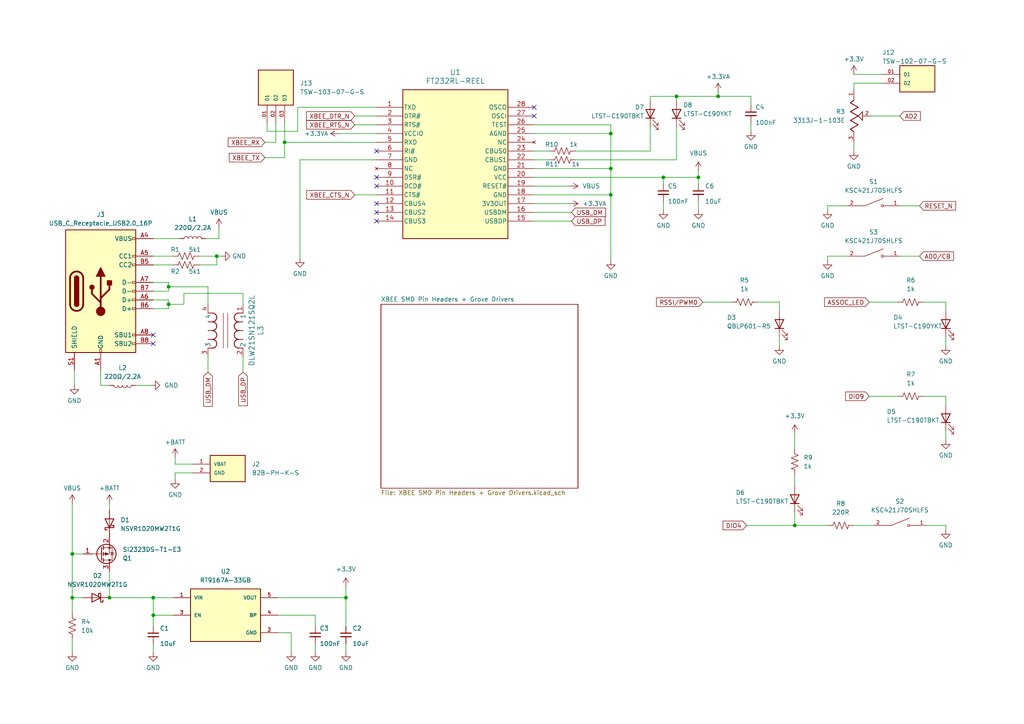
<source format=kicad_sch>
(kicad_sch (version 20230121) (generator eeschema)

  (uuid c24e3a98-1eaf-47b8-85b4-f5ec44a15aa3)

  (paper "A4")

  (title_block
    (title "U-XBee-C Grove (SMT)")
    (date "2024-02-04")
    (rev "1")
    (company "Carlos Sabogal")
  )

  (lib_symbols
    (symbol "Connector:USB_C_Receptacle_USB2.0_16P" (pin_names (offset 1.016)) (in_bom yes) (on_board yes)
      (property "Reference" "J" (at 0 22.225 0)
        (effects (font (size 1.27 1.27)))
      )
      (property "Value" "USB_C_Receptacle_USB2.0_16P" (at 0 19.685 0)
        (effects (font (size 1.27 1.27)))
      )
      (property "Footprint" "" (at 3.81 0 0)
        (effects (font (size 1.27 1.27)) hide)
      )
      (property "Datasheet" "https://www.usb.org/sites/default/files/documents/usb_type-c.zip" (at 3.81 0 0)
        (effects (font (size 1.27 1.27)) hide)
      )
      (property "ki_keywords" "usb universal serial bus type-C USB2.0" (at 0 0 0)
        (effects (font (size 1.27 1.27)) hide)
      )
      (property "ki_description" "USB 2.0-only 16P Type-C Receptacle connector" (at 0 0 0)
        (effects (font (size 1.27 1.27)) hide)
      )
      (property "ki_fp_filters" "USB*C*Receptacle*" (at 0 0 0)
        (effects (font (size 1.27 1.27)) hide)
      )
      (symbol "USB_C_Receptacle_USB2.0_16P_0_0"
        (rectangle (start -0.254 -17.78) (end 0.254 -16.764)
          (stroke (width 0) (type default))
          (fill (type none))
        )
        (rectangle (start 10.16 -14.986) (end 9.144 -15.494)
          (stroke (width 0) (type default))
          (fill (type none))
        )
        (rectangle (start 10.16 -12.446) (end 9.144 -12.954)
          (stroke (width 0) (type default))
          (fill (type none))
        )
        (rectangle (start 10.16 -4.826) (end 9.144 -5.334)
          (stroke (width 0) (type default))
          (fill (type none))
        )
        (rectangle (start 10.16 -2.286) (end 9.144 -2.794)
          (stroke (width 0) (type default))
          (fill (type none))
        )
        (rectangle (start 10.16 0.254) (end 9.144 -0.254)
          (stroke (width 0) (type default))
          (fill (type none))
        )
        (rectangle (start 10.16 2.794) (end 9.144 2.286)
          (stroke (width 0) (type default))
          (fill (type none))
        )
        (rectangle (start 10.16 7.874) (end 9.144 7.366)
          (stroke (width 0) (type default))
          (fill (type none))
        )
        (rectangle (start 10.16 10.414) (end 9.144 9.906)
          (stroke (width 0) (type default))
          (fill (type none))
        )
        (rectangle (start 10.16 15.494) (end 9.144 14.986)
          (stroke (width 0) (type default))
          (fill (type none))
        )
      )
      (symbol "USB_C_Receptacle_USB2.0_16P_0_1"
        (rectangle (start -10.16 17.78) (end 10.16 -17.78)
          (stroke (width 0.254) (type default))
          (fill (type background))
        )
        (arc (start -8.89 -3.81) (mid -6.985 -5.7067) (end -5.08 -3.81)
          (stroke (width 0.508) (type default))
          (fill (type none))
        )
        (arc (start -7.62 -3.81) (mid -6.985 -4.4423) (end -6.35 -3.81)
          (stroke (width 0.254) (type default))
          (fill (type none))
        )
        (arc (start -7.62 -3.81) (mid -6.985 -4.4423) (end -6.35 -3.81)
          (stroke (width 0.254) (type default))
          (fill (type outline))
        )
        (rectangle (start -7.62 -3.81) (end -6.35 3.81)
          (stroke (width 0.254) (type default))
          (fill (type outline))
        )
        (arc (start -6.35 3.81) (mid -6.985 4.4423) (end -7.62 3.81)
          (stroke (width 0.254) (type default))
          (fill (type none))
        )
        (arc (start -6.35 3.81) (mid -6.985 4.4423) (end -7.62 3.81)
          (stroke (width 0.254) (type default))
          (fill (type outline))
        )
        (arc (start -5.08 3.81) (mid -6.985 5.7067) (end -8.89 3.81)
          (stroke (width 0.508) (type default))
          (fill (type none))
        )
        (circle (center -2.54 1.143) (radius 0.635)
          (stroke (width 0.254) (type default))
          (fill (type outline))
        )
        (circle (center 0 -5.842) (radius 1.27)
          (stroke (width 0) (type default))
          (fill (type outline))
        )
        (polyline
          (pts
            (xy -8.89 -3.81)
            (xy -8.89 3.81)
          )
          (stroke (width 0.508) (type default))
          (fill (type none))
        )
        (polyline
          (pts
            (xy -5.08 3.81)
            (xy -5.08 -3.81)
          )
          (stroke (width 0.508) (type default))
          (fill (type none))
        )
        (polyline
          (pts
            (xy 0 -5.842)
            (xy 0 4.318)
          )
          (stroke (width 0.508) (type default))
          (fill (type none))
        )
        (polyline
          (pts
            (xy 0 -3.302)
            (xy -2.54 -0.762)
            (xy -2.54 0.508)
          )
          (stroke (width 0.508) (type default))
          (fill (type none))
        )
        (polyline
          (pts
            (xy 0 -2.032)
            (xy 2.54 0.508)
            (xy 2.54 1.778)
          )
          (stroke (width 0.508) (type default))
          (fill (type none))
        )
        (polyline
          (pts
            (xy -1.27 4.318)
            (xy 0 6.858)
            (xy 1.27 4.318)
            (xy -1.27 4.318)
          )
          (stroke (width 0.254) (type default))
          (fill (type outline))
        )
        (rectangle (start 1.905 1.778) (end 3.175 3.048)
          (stroke (width 0.254) (type default))
          (fill (type outline))
        )
      )
      (symbol "USB_C_Receptacle_USB2.0_16P_1_1"
        (pin passive line (at 0 -22.86 90) (length 5.08)
          (name "GND" (effects (font (size 1.27 1.27))))
          (number "A1" (effects (font (size 1.27 1.27))))
        )
        (pin passive line (at 0 -22.86 90) (length 5.08) hide
          (name "GND" (effects (font (size 1.27 1.27))))
          (number "A12" (effects (font (size 1.27 1.27))))
        )
        (pin passive line (at 15.24 15.24 180) (length 5.08)
          (name "VBUS" (effects (font (size 1.27 1.27))))
          (number "A4" (effects (font (size 1.27 1.27))))
        )
        (pin bidirectional line (at 15.24 10.16 180) (length 5.08)
          (name "CC1" (effects (font (size 1.27 1.27))))
          (number "A5" (effects (font (size 1.27 1.27))))
        )
        (pin bidirectional line (at 15.24 -2.54 180) (length 5.08)
          (name "D+" (effects (font (size 1.27 1.27))))
          (number "A6" (effects (font (size 1.27 1.27))))
        )
        (pin bidirectional line (at 15.24 2.54 180) (length 5.08)
          (name "D-" (effects (font (size 1.27 1.27))))
          (number "A7" (effects (font (size 1.27 1.27))))
        )
        (pin bidirectional line (at 15.24 -12.7 180) (length 5.08)
          (name "SBU1" (effects (font (size 1.27 1.27))))
          (number "A8" (effects (font (size 1.27 1.27))))
        )
        (pin passive line (at 15.24 15.24 180) (length 5.08) hide
          (name "VBUS" (effects (font (size 1.27 1.27))))
          (number "A9" (effects (font (size 1.27 1.27))))
        )
        (pin passive line (at 0 -22.86 90) (length 5.08) hide
          (name "GND" (effects (font (size 1.27 1.27))))
          (number "B1" (effects (font (size 1.27 1.27))))
        )
        (pin passive line (at 0 -22.86 90) (length 5.08) hide
          (name "GND" (effects (font (size 1.27 1.27))))
          (number "B12" (effects (font (size 1.27 1.27))))
        )
        (pin passive line (at 15.24 15.24 180) (length 5.08) hide
          (name "VBUS" (effects (font (size 1.27 1.27))))
          (number "B4" (effects (font (size 1.27 1.27))))
        )
        (pin bidirectional line (at 15.24 7.62 180) (length 5.08)
          (name "CC2" (effects (font (size 1.27 1.27))))
          (number "B5" (effects (font (size 1.27 1.27))))
        )
        (pin bidirectional line (at 15.24 -5.08 180) (length 5.08)
          (name "D+" (effects (font (size 1.27 1.27))))
          (number "B6" (effects (font (size 1.27 1.27))))
        )
        (pin bidirectional line (at 15.24 0 180) (length 5.08)
          (name "D-" (effects (font (size 1.27 1.27))))
          (number "B7" (effects (font (size 1.27 1.27))))
        )
        (pin bidirectional line (at 15.24 -15.24 180) (length 5.08)
          (name "SBU2" (effects (font (size 1.27 1.27))))
          (number "B8" (effects (font (size 1.27 1.27))))
        )
        (pin passive line (at 15.24 15.24 180) (length 5.08) hide
          (name "VBUS" (effects (font (size 1.27 1.27))))
          (number "B9" (effects (font (size 1.27 1.27))))
        )
        (pin passive line (at -7.62 -22.86 90) (length 5.08)
          (name "SHIELD" (effects (font (size 1.27 1.27))))
          (number "S1" (effects (font (size 1.27 1.27))))
        )
      )
    )
    (symbol "Device:C_Small" (pin_numbers hide) (pin_names (offset 0.254) hide) (in_bom yes) (on_board yes)
      (property "Reference" "C" (at 0.254 1.778 0)
        (effects (font (size 1.27 1.27)) (justify left))
      )
      (property "Value" "C_Small" (at 0.254 -2.032 0)
        (effects (font (size 1.27 1.27)) (justify left))
      )
      (property "Footprint" "" (at 0 0 0)
        (effects (font (size 1.27 1.27)) hide)
      )
      (property "Datasheet" "~" (at 0 0 0)
        (effects (font (size 1.27 1.27)) hide)
      )
      (property "ki_keywords" "capacitor cap" (at 0 0 0)
        (effects (font (size 1.27 1.27)) hide)
      )
      (property "ki_description" "Unpolarized capacitor, small symbol" (at 0 0 0)
        (effects (font (size 1.27 1.27)) hide)
      )
      (property "ki_fp_filters" "C_*" (at 0 0 0)
        (effects (font (size 1.27 1.27)) hide)
      )
      (symbol "C_Small_0_1"
        (polyline
          (pts
            (xy -1.524 -0.508)
            (xy 1.524 -0.508)
          )
          (stroke (width 0.3302) (type default))
          (fill (type none))
        )
        (polyline
          (pts
            (xy -1.524 0.508)
            (xy 1.524 0.508)
          )
          (stroke (width 0.3048) (type default))
          (fill (type none))
        )
      )
      (symbol "C_Small_1_1"
        (pin passive line (at 0 2.54 270) (length 2.032)
          (name "~" (effects (font (size 1.27 1.27))))
          (number "1" (effects (font (size 1.27 1.27))))
        )
        (pin passive line (at 0 -2.54 90) (length 2.032)
          (name "~" (effects (font (size 1.27 1.27))))
          (number "2" (effects (font (size 1.27 1.27))))
        )
      )
    )
    (symbol "Device:D_Schottky" (pin_numbers hide) (pin_names (offset 1.016) hide) (in_bom yes) (on_board yes)
      (property "Reference" "D" (at 0 2.54 0)
        (effects (font (size 1.27 1.27)))
      )
      (property "Value" "D_Schottky" (at 0 -2.54 0)
        (effects (font (size 1.27 1.27)))
      )
      (property "Footprint" "" (at 0 0 0)
        (effects (font (size 1.27 1.27)) hide)
      )
      (property "Datasheet" "~" (at 0 0 0)
        (effects (font (size 1.27 1.27)) hide)
      )
      (property "ki_keywords" "diode Schottky" (at 0 0 0)
        (effects (font (size 1.27 1.27)) hide)
      )
      (property "ki_description" "Schottky diode" (at 0 0 0)
        (effects (font (size 1.27 1.27)) hide)
      )
      (property "ki_fp_filters" "TO-???* *_Diode_* *SingleDiode* D_*" (at 0 0 0)
        (effects (font (size 1.27 1.27)) hide)
      )
      (symbol "D_Schottky_0_1"
        (polyline
          (pts
            (xy 1.27 0)
            (xy -1.27 0)
          )
          (stroke (width 0) (type default))
          (fill (type none))
        )
        (polyline
          (pts
            (xy 1.27 1.27)
            (xy 1.27 -1.27)
            (xy -1.27 0)
            (xy 1.27 1.27)
          )
          (stroke (width 0.254) (type default))
          (fill (type none))
        )
        (polyline
          (pts
            (xy -1.905 0.635)
            (xy -1.905 1.27)
            (xy -1.27 1.27)
            (xy -1.27 -1.27)
            (xy -0.635 -1.27)
            (xy -0.635 -0.635)
          )
          (stroke (width 0.254) (type default))
          (fill (type none))
        )
      )
      (symbol "D_Schottky_1_1"
        (pin passive line (at -3.81 0 0) (length 2.54)
          (name "K" (effects (font (size 1.27 1.27))))
          (number "1" (effects (font (size 1.27 1.27))))
        )
        (pin passive line (at 3.81 0 180) (length 2.54)
          (name "A" (effects (font (size 1.27 1.27))))
          (number "2" (effects (font (size 1.27 1.27))))
        )
      )
    )
    (symbol "Device:L" (pin_numbers hide) (pin_names (offset 1.016) hide) (in_bom yes) (on_board yes)
      (property "Reference" "L" (at -1.27 0 90)
        (effects (font (size 1.27 1.27)))
      )
      (property "Value" "L" (at 1.905 0 90)
        (effects (font (size 1.27 1.27)))
      )
      (property "Footprint" "" (at 0 0 0)
        (effects (font (size 1.27 1.27)) hide)
      )
      (property "Datasheet" "~" (at 0 0 0)
        (effects (font (size 1.27 1.27)) hide)
      )
      (property "ki_keywords" "inductor choke coil reactor magnetic" (at 0 0 0)
        (effects (font (size 1.27 1.27)) hide)
      )
      (property "ki_description" "Inductor" (at 0 0 0)
        (effects (font (size 1.27 1.27)) hide)
      )
      (property "ki_fp_filters" "Choke_* *Coil* Inductor_* L_*" (at 0 0 0)
        (effects (font (size 1.27 1.27)) hide)
      )
      (symbol "L_0_1"
        (arc (start 0 -2.54) (mid 0.6323 -1.905) (end 0 -1.27)
          (stroke (width 0) (type default))
          (fill (type none))
        )
        (arc (start 0 -1.27) (mid 0.6323 -0.635) (end 0 0)
          (stroke (width 0) (type default))
          (fill (type none))
        )
        (arc (start 0 0) (mid 0.6323 0.635) (end 0 1.27)
          (stroke (width 0) (type default))
          (fill (type none))
        )
        (arc (start 0 1.27) (mid 0.6323 1.905) (end 0 2.54)
          (stroke (width 0) (type default))
          (fill (type none))
        )
      )
      (symbol "L_1_1"
        (pin passive line (at 0 3.81 270) (length 1.27)
          (name "1" (effects (font (size 1.27 1.27))))
          (number "1" (effects (font (size 1.27 1.27))))
        )
        (pin passive line (at 0 -3.81 90) (length 1.27)
          (name "2" (effects (font (size 1.27 1.27))))
          (number "2" (effects (font (size 1.27 1.27))))
        )
      )
    )
    (symbol "Device:LED" (pin_numbers hide) (pin_names (offset 1.016) hide) (in_bom yes) (on_board yes)
      (property "Reference" "D" (at 0 2.54 0)
        (effects (font (size 1.27 1.27)))
      )
      (property "Value" "LED" (at 0 -2.54 0)
        (effects (font (size 1.27 1.27)))
      )
      (property "Footprint" "" (at 0 0 0)
        (effects (font (size 1.27 1.27)) hide)
      )
      (property "Datasheet" "~" (at 0 0 0)
        (effects (font (size 1.27 1.27)) hide)
      )
      (property "ki_keywords" "LED diode" (at 0 0 0)
        (effects (font (size 1.27 1.27)) hide)
      )
      (property "ki_description" "Light emitting diode" (at 0 0 0)
        (effects (font (size 1.27 1.27)) hide)
      )
      (property "ki_fp_filters" "LED* LED_SMD:* LED_THT:*" (at 0 0 0)
        (effects (font (size 1.27 1.27)) hide)
      )
      (symbol "LED_0_1"
        (polyline
          (pts
            (xy -1.27 -1.27)
            (xy -1.27 1.27)
          )
          (stroke (width 0.254) (type default))
          (fill (type none))
        )
        (polyline
          (pts
            (xy -1.27 0)
            (xy 1.27 0)
          )
          (stroke (width 0) (type default))
          (fill (type none))
        )
        (polyline
          (pts
            (xy 1.27 -1.27)
            (xy 1.27 1.27)
            (xy -1.27 0)
            (xy 1.27 -1.27)
          )
          (stroke (width 0.254) (type default))
          (fill (type none))
        )
        (polyline
          (pts
            (xy -3.048 -0.762)
            (xy -4.572 -2.286)
            (xy -3.81 -2.286)
            (xy -4.572 -2.286)
            (xy -4.572 -1.524)
          )
          (stroke (width 0) (type default))
          (fill (type none))
        )
        (polyline
          (pts
            (xy -1.778 -0.762)
            (xy -3.302 -2.286)
            (xy -2.54 -2.286)
            (xy -3.302 -2.286)
            (xy -3.302 -1.524)
          )
          (stroke (width 0) (type default))
          (fill (type none))
        )
      )
      (symbol "LED_1_1"
        (pin passive line (at -3.81 0 0) (length 2.54)
          (name "K" (effects (font (size 1.27 1.27))))
          (number "1" (effects (font (size 1.27 1.27))))
        )
        (pin passive line (at 3.81 0 180) (length 2.54)
          (name "A" (effects (font (size 1.27 1.27))))
          (number "2" (effects (font (size 1.27 1.27))))
        )
      )
    )
    (symbol "Device:Q_PMOS_GSD" (pin_names (offset 0) hide) (in_bom yes) (on_board yes)
      (property "Reference" "Q" (at 5.08 1.27 0)
        (effects (font (size 1.27 1.27)) (justify left))
      )
      (property "Value" "Q_PMOS_GSD" (at 5.08 -1.27 0)
        (effects (font (size 1.27 1.27)) (justify left))
      )
      (property "Footprint" "" (at 5.08 2.54 0)
        (effects (font (size 1.27 1.27)) hide)
      )
      (property "Datasheet" "~" (at 0 0 0)
        (effects (font (size 1.27 1.27)) hide)
      )
      (property "ki_keywords" "transistor PMOS P-MOS P-MOSFET" (at 0 0 0)
        (effects (font (size 1.27 1.27)) hide)
      )
      (property "ki_description" "P-MOSFET transistor, gate/source/drain" (at 0 0 0)
        (effects (font (size 1.27 1.27)) hide)
      )
      (symbol "Q_PMOS_GSD_0_1"
        (polyline
          (pts
            (xy 0.254 0)
            (xy -2.54 0)
          )
          (stroke (width 0) (type default))
          (fill (type none))
        )
        (polyline
          (pts
            (xy 0.254 1.905)
            (xy 0.254 -1.905)
          )
          (stroke (width 0.254) (type default))
          (fill (type none))
        )
        (polyline
          (pts
            (xy 0.762 -1.27)
            (xy 0.762 -2.286)
          )
          (stroke (width 0.254) (type default))
          (fill (type none))
        )
        (polyline
          (pts
            (xy 0.762 0.508)
            (xy 0.762 -0.508)
          )
          (stroke (width 0.254) (type default))
          (fill (type none))
        )
        (polyline
          (pts
            (xy 0.762 2.286)
            (xy 0.762 1.27)
          )
          (stroke (width 0.254) (type default))
          (fill (type none))
        )
        (polyline
          (pts
            (xy 2.54 2.54)
            (xy 2.54 1.778)
          )
          (stroke (width 0) (type default))
          (fill (type none))
        )
        (polyline
          (pts
            (xy 2.54 -2.54)
            (xy 2.54 0)
            (xy 0.762 0)
          )
          (stroke (width 0) (type default))
          (fill (type none))
        )
        (polyline
          (pts
            (xy 0.762 1.778)
            (xy 3.302 1.778)
            (xy 3.302 -1.778)
            (xy 0.762 -1.778)
          )
          (stroke (width 0) (type default))
          (fill (type none))
        )
        (polyline
          (pts
            (xy 2.286 0)
            (xy 1.27 0.381)
            (xy 1.27 -0.381)
            (xy 2.286 0)
          )
          (stroke (width 0) (type default))
          (fill (type outline))
        )
        (polyline
          (pts
            (xy 2.794 -0.508)
            (xy 2.921 -0.381)
            (xy 3.683 -0.381)
            (xy 3.81 -0.254)
          )
          (stroke (width 0) (type default))
          (fill (type none))
        )
        (polyline
          (pts
            (xy 3.302 -0.381)
            (xy 2.921 0.254)
            (xy 3.683 0.254)
            (xy 3.302 -0.381)
          )
          (stroke (width 0) (type default))
          (fill (type none))
        )
        (circle (center 1.651 0) (radius 2.794)
          (stroke (width 0.254) (type default))
          (fill (type none))
        )
        (circle (center 2.54 -1.778) (radius 0.254)
          (stroke (width 0) (type default))
          (fill (type outline))
        )
        (circle (center 2.54 1.778) (radius 0.254)
          (stroke (width 0) (type default))
          (fill (type outline))
        )
      )
      (symbol "Q_PMOS_GSD_1_1"
        (pin input line (at -5.08 0 0) (length 2.54)
          (name "G" (effects (font (size 1.27 1.27))))
          (number "1" (effects (font (size 1.27 1.27))))
        )
        (pin passive line (at 2.54 -5.08 90) (length 2.54)
          (name "S" (effects (font (size 1.27 1.27))))
          (number "2" (effects (font (size 1.27 1.27))))
        )
        (pin passive line (at 2.54 5.08 270) (length 2.54)
          (name "D" (effects (font (size 1.27 1.27))))
          (number "3" (effects (font (size 1.27 1.27))))
        )
      )
    )
    (symbol "Device:R_US" (pin_numbers hide) (pin_names (offset 0)) (in_bom yes) (on_board yes)
      (property "Reference" "R" (at 2.54 0 90)
        (effects (font (size 1.27 1.27)))
      )
      (property "Value" "R_US" (at -2.54 0 90)
        (effects (font (size 1.27 1.27)))
      )
      (property "Footprint" "" (at 1.016 -0.254 90)
        (effects (font (size 1.27 1.27)) hide)
      )
      (property "Datasheet" "~" (at 0 0 0)
        (effects (font (size 1.27 1.27)) hide)
      )
      (property "ki_keywords" "R res resistor" (at 0 0 0)
        (effects (font (size 1.27 1.27)) hide)
      )
      (property "ki_description" "Resistor, US symbol" (at 0 0 0)
        (effects (font (size 1.27 1.27)) hide)
      )
      (property "ki_fp_filters" "R_*" (at 0 0 0)
        (effects (font (size 1.27 1.27)) hide)
      )
      (symbol "R_US_0_1"
        (polyline
          (pts
            (xy 0 -2.286)
            (xy 0 -2.54)
          )
          (stroke (width 0) (type default))
          (fill (type none))
        )
        (polyline
          (pts
            (xy 0 2.286)
            (xy 0 2.54)
          )
          (stroke (width 0) (type default))
          (fill (type none))
        )
        (polyline
          (pts
            (xy 0 -0.762)
            (xy 1.016 -1.143)
            (xy 0 -1.524)
            (xy -1.016 -1.905)
            (xy 0 -2.286)
          )
          (stroke (width 0) (type default))
          (fill (type none))
        )
        (polyline
          (pts
            (xy 0 0.762)
            (xy 1.016 0.381)
            (xy 0 0)
            (xy -1.016 -0.381)
            (xy 0 -0.762)
          )
          (stroke (width 0) (type default))
          (fill (type none))
        )
        (polyline
          (pts
            (xy 0 2.286)
            (xy 1.016 1.905)
            (xy 0 1.524)
            (xy -1.016 1.143)
            (xy 0 0.762)
          )
          (stroke (width 0) (type default))
          (fill (type none))
        )
      )
      (symbol "R_US_1_1"
        (pin passive line (at 0 3.81 270) (length 1.27)
          (name "~" (effects (font (size 1.27 1.27))))
          (number "1" (effects (font (size 1.27 1.27))))
        )
        (pin passive line (at 0 -3.81 90) (length 1.27)
          (name "~" (effects (font (size 1.27 1.27))))
          (number "2" (effects (font (size 1.27 1.27))))
        )
      )
    )
    (symbol "XBEE_Grove_C:3313J-1-103E" (pin_names (offset 1.016)) (in_bom yes) (on_board yes)
      (property "Reference" "R" (at -5.08 5.08 0)
        (effects (font (size 1.27 1.27)) (justify left bottom))
      )
      (property "Value" "3313J-1-103E" (at -5.08 2.54 0)
        (effects (font (size 1.27 1.27)) (justify left bottom))
      )
      (property "Footprint" "XBEE_Grove_C:TRIM_3313J-1-103E" (at 0 7.62 0)
        (effects (font (size 1.27 1.27)) (justify bottom) hide)
      )
      (property "Datasheet" "https://www.bourns.com/docs/Product-Datasheets/3313.pdf" (at 0 -11.43 0)
        (effects (font (size 1.27 1.27)) hide)
      )
      (symbol "3313J-1-103E_0_0"
        (polyline
          (pts
            (xy -5.08 0)
            (xy -4.572 0)
          )
          (stroke (width 0.1524) (type default))
          (fill (type none))
        )
        (polyline
          (pts
            (xy -4.572 0)
            (xy -3.81 1.016)
          )
          (stroke (width 0.254) (type default))
          (fill (type none))
        )
        (polyline
          (pts
            (xy -3.81 1.016)
            (xy -2.54 -1.27)
          )
          (stroke (width 0.254) (type default))
          (fill (type none))
        )
        (polyline
          (pts
            (xy -2.54 -1.27)
            (xy -1.27 1.016)
          )
          (stroke (width 0.254) (type default))
          (fill (type none))
        )
        (polyline
          (pts
            (xy -1.27 -2.54)
            (xy 0 -1.27)
          )
          (stroke (width 0.2032) (type default))
          (fill (type none))
        )
        (polyline
          (pts
            (xy -1.27 1.016)
            (xy 0 -1.27)
          )
          (stroke (width 0.254) (type default))
          (fill (type none))
        )
        (polyline
          (pts
            (xy 0 -1.27)
            (xy 1.27 -2.54)
          )
          (stroke (width 0.2032) (type default))
          (fill (type none))
        )
        (polyline
          (pts
            (xy 0 -1.27)
            (xy 1.27 1.016)
          )
          (stroke (width 0.254) (type default))
          (fill (type none))
        )
        (polyline
          (pts
            (xy 1.27 -2.54)
            (xy -1.27 -2.54)
          )
          (stroke (width 0.2032) (type default))
          (fill (type none))
        )
        (polyline
          (pts
            (xy 1.27 1.016)
            (xy 2.54 -1.27)
          )
          (stroke (width 0.254) (type default))
          (fill (type none))
        )
        (polyline
          (pts
            (xy 2.54 -1.27)
            (xy 3.81 1.016)
          )
          (stroke (width 0.254) (type default))
          (fill (type none))
        )
        (polyline
          (pts
            (xy 3.81 1.016)
            (xy 4.572 0)
          )
          (stroke (width 0.254) (type default))
          (fill (type none))
        )
        (polyline
          (pts
            (xy 4.572 0)
            (xy 5.08 0)
          )
          (stroke (width 0.1524) (type default))
          (fill (type none))
        )
        (pin passive line (at -7.62 0 0) (length 2.54)
          (name "~" (effects (font (size 1.016 1.016))))
          (number "1" (effects (font (size 1.016 1.016))))
        )
        (pin passive line (at 0 -5.08 90) (length 2.54)
          (name "~" (effects (font (size 1.016 1.016))))
          (number "2" (effects (font (size 1.016 1.016))))
        )
        (pin passive line (at 7.62 0 180) (length 2.54)
          (name "~" (effects (font (size 1.016 1.016))))
          (number "3" (effects (font (size 1.016 1.016))))
        )
      )
    )
    (symbol "XBEE_Grove_C:B2B-PH-K-S" (pin_names (offset 1.016)) (in_bom yes) (on_board yes)
      (property "Reference" "J" (at -6.35 5.08 0)
        (effects (font (size 1.27 1.27)) (justify left bottom))
      )
      (property "Value" "B2B-PH-K-S" (at -5.08 -5.08 0)
        (effects (font (size 1.27 1.27)) (justify left bottom))
      )
      (property "Footprint" "XBEE_Grove_C:JST_B2B-PH-K-S" (at 0 -7.62 0)
        (effects (font (size 1.27 1.27)) (justify bottom) hide)
      )
      (property "Datasheet" "https://www.jst-mfg.com/product/pdf/eng/ePH.pdf" (at 0 -8.89 0)
        (effects (font (size 1.27 1.27)) hide)
      )
      (symbol "B2B-PH-K-S_0_0"
        (rectangle (start -5.08 5.08) (end 5.0801 -2.54)
          (stroke (width 0.254) (type default))
          (fill (type background))
        )
      )
      (symbol "B2B-PH-K-S_1_0"
        (pin passive line (at -10.16 2.54 0) (length 5.08)
          (name "VBAT" (effects (font (size 1.016 1.016))))
          (number "1" (effects (font (size 1.016 1.016))))
        )
        (pin passive line (at -10.16 0 0) (length 5.08)
          (name "GND" (effects (font (size 1.016 1.016))))
          (number "2" (effects (font (size 1.016 1.016))))
        )
      )
    )
    (symbol "XBEE_Grove_C:DLW21SN121SQ2L" (pin_names (offset 0.254)) (in_bom yes) (on_board yes)
      (property "Reference" "L" (at 7.62 2.54 0)
        (effects (font (size 1.524 1.524)))
      )
      (property "Value" "DLW21SN121SQ2L" (at 7.62 -12.7 0)
        (effects (font (size 1.524 1.524)))
      )
      (property "Footprint" "XBEE_Grove_C:IND_DLW21S_0805_MUR" (at 6.35 5.08 0)
        (effects (font (size 1.27 1.27) italic) hide)
      )
      (property "Datasheet" "https://www.murata.com/en-us/products/productdata/8796757917726/EFLC0003.pdf" (at 6.35 -15.24 0)
        (effects (font (size 1.27 1.27) italic) hide)
      )
      (property "ki_keywords" "DLW21SN121SQ2L" (at 0 0 0)
        (effects (font (size 1.27 1.27)) hide)
      )
      (property "ki_fp_filters" "IND_DLW21S_0805_MUR IND_DLW21S_0805_MUR-M IND_DLW21S_0805_MUR-L" (at 0 0 0)
        (effects (font (size 1.27 1.27)) hide)
      )
      (symbol "DLW21SN121SQ2L_0_1"
        (polyline
          (pts
            (xy 2.54 -10.16)
            (xy 2.54 -8.89)
          )
          (stroke (width 0.2032) (type default))
          (fill (type none))
        )
        (polyline
          (pts
            (xy 2.54 -5.715)
            (xy 12.7 -5.715)
          )
          (stroke (width 0.127) (type default))
          (fill (type none))
        )
        (polyline
          (pts
            (xy 2.54 0)
            (xy 2.54 -1.27)
          )
          (stroke (width 0.2032) (type default))
          (fill (type none))
        )
        (polyline
          (pts
            (xy 5.08 -10.16)
            (xy 5.08 -8.89)
          )
          (stroke (width 0.2032) (type default))
          (fill (type none))
        )
        (polyline
          (pts
            (xy 5.08 0)
            (xy 5.08 -1.27)
          )
          (stroke (width 0.2032) (type default))
          (fill (type none))
        )
        (polyline
          (pts
            (xy 7.62 -10.16)
            (xy 7.62 -8.89)
          )
          (stroke (width 0.2032) (type default))
          (fill (type none))
        )
        (polyline
          (pts
            (xy 7.62 0)
            (xy 7.62 -1.27)
          )
          (stroke (width 0.2032) (type default))
          (fill (type none))
        )
        (polyline
          (pts
            (xy 10.16 -10.16)
            (xy 10.16 -8.89)
          )
          (stroke (width 0.2032) (type default))
          (fill (type none))
        )
        (polyline
          (pts
            (xy 10.16 0)
            (xy 10.16 -1.27)
          )
          (stroke (width 0.2032) (type default))
          (fill (type none))
        )
        (polyline
          (pts
            (xy 12.7 -10.16)
            (xy 12.7 -8.89)
          )
          (stroke (width 0.2032) (type default))
          (fill (type none))
        )
        (polyline
          (pts
            (xy 12.7 -4.445)
            (xy 2.54 -4.445)
          )
          (stroke (width 0.127) (type default))
          (fill (type none))
        )
        (polyline
          (pts
            (xy 12.7 0)
            (xy 12.7 -1.27)
          )
          (stroke (width 0.2032) (type default))
          (fill (type none))
        )
        (arc (start 2.54 -1.27) (mid 3.81 -2.5345) (end 5.08 -1.27)
          (stroke (width 0.254) (type default))
          (fill (type none))
        )
        (arc (start 5.08 -8.89) (mid 3.81 -7.6255) (end 2.54 -8.89)
          (stroke (width 0.254) (type default))
          (fill (type none))
        )
        (arc (start 5.08 -1.27) (mid 6.35 -2.5345) (end 7.62 -1.27)
          (stroke (width 0.254) (type default))
          (fill (type none))
        )
        (arc (start 7.62 -8.89) (mid 6.35 -7.6255) (end 5.08 -8.89)
          (stroke (width 0.254) (type default))
          (fill (type none))
        )
        (arc (start 7.62 -1.27) (mid 8.89 -2.5345) (end 10.16 -1.27)
          (stroke (width 0.254) (type default))
          (fill (type none))
        )
        (arc (start 10.16 -8.89) (mid 8.89 -7.6255) (end 7.62 -8.89)
          (stroke (width 0.254) (type default))
          (fill (type none))
        )
        (arc (start 10.16 -1.27) (mid 11.43 -2.5345) (end 12.7 -1.27)
          (stroke (width 0.254) (type default))
          (fill (type none))
        )
        (arc (start 12.7 -8.89) (mid 11.43 -7.6255) (end 10.16 -8.89)
          (stroke (width 0.254) (type default))
          (fill (type none))
        )
        (pin unspecified line (at 0 0 0) (length 2.54)
          (name "1" (effects (font (size 1.27 1.27))))
          (number "1" (effects (font (size 1.27 1.27))))
        )
        (pin unspecified line (at 15.24 0 180) (length 2.54)
          (name "2" (effects (font (size 1.27 1.27))))
          (number "2" (effects (font (size 1.27 1.27))))
        )
        (pin unspecified line (at 15.24 -10.16 180) (length 2.54)
          (name "3" (effects (font (size 1.27 1.27))))
          (number "3" (effects (font (size 1.27 1.27))))
        )
        (pin unspecified line (at 0 -10.16 0) (length 2.54)
          (name "4" (effects (font (size 1.27 1.27))))
          (number "4" (effects (font (size 1.27 1.27))))
        )
      )
    )
    (symbol "XBEE_Grove_C:FT232RL-REEL" (pin_names (offset 0.254)) (in_bom yes) (on_board yes)
      (property "Reference" "U" (at 22.86 10.16 0)
        (effects (font (size 1.524 1.524)))
      )
      (property "Value" "FT232RL-REEL" (at 22.86 7.62 0)
        (effects (font (size 1.524 1.524)))
      )
      (property "Footprint" "XBEE_Grove_C:IC28_SSOP-28_FTD" (at 22.86 2.54 0)
        (effects (font (size 1.27 1.27) italic) hide)
      )
      (property "Datasheet" "https://ftdichip.com/wp-content/uploads/2020/08/DS_FT232R.pdf" (at 25.4 -40.64 0)
        (effects (font (size 1.27 1.27) italic) hide)
      )
      (property "ki_keywords" "FT232RL-REEL" (at 0 0 0)
        (effects (font (size 1.27 1.27)) hide)
      )
      (property "ki_fp_filters" "IC28_SSOP-28_FTD IC28_SSOP-28_FTD-M IC28_SSOP-28_FTD-L" (at 0 0 0)
        (effects (font (size 1.27 1.27)) hide)
      )
      (symbol "FT232RL-REEL_0_1"
        (rectangle (start 7.62 5.08) (end 38.1 -38.1)
          (stroke (width 0.254) (type default))
          (fill (type background))
        )
        (pin unspecified line (at 0 0 0) (length 7.62)
          (name "TXD" (effects (font (size 1.27 1.27))))
          (number "1" (effects (font (size 1.27 1.27))))
        )
        (pin unspecified line (at 0 -22.86 0) (length 7.62)
          (name "DCD#" (effects (font (size 1.27 1.27))))
          (number "10" (effects (font (size 1.27 1.27))))
        )
        (pin unspecified line (at 0 -25.4 0) (length 7.62)
          (name "CTS#" (effects (font (size 1.27 1.27))))
          (number "11" (effects (font (size 1.27 1.27))))
        )
        (pin bidirectional line (at 0 -27.94 0) (length 7.62)
          (name "CBUS4" (effects (font (size 1.27 1.27))))
          (number "12" (effects (font (size 1.27 1.27))))
        )
        (pin bidirectional line (at 0 -30.48 0) (length 7.62)
          (name "CBUS2" (effects (font (size 1.27 1.27))))
          (number "13" (effects (font (size 1.27 1.27))))
        )
        (pin bidirectional line (at 0 -33.02 0) (length 7.62)
          (name "CBUS3" (effects (font (size 1.27 1.27))))
          (number "14" (effects (font (size 1.27 1.27))))
        )
        (pin unspecified line (at 45.72 -33.02 180) (length 7.62)
          (name "USBDP" (effects (font (size 1.27 1.27))))
          (number "15" (effects (font (size 1.27 1.27))))
        )
        (pin unspecified line (at 45.72 -30.48 180) (length 7.62)
          (name "USBDM" (effects (font (size 1.27 1.27))))
          (number "16" (effects (font (size 1.27 1.27))))
        )
        (pin output line (at 45.72 -27.94 180) (length 7.62)
          (name "3V3OUT" (effects (font (size 1.27 1.27))))
          (number "17" (effects (font (size 1.27 1.27))))
        )
        (pin power_out line (at 45.72 -25.4 180) (length 7.62)
          (name "GND" (effects (font (size 1.27 1.27))))
          (number "18" (effects (font (size 1.27 1.27))))
        )
        (pin unspecified line (at 45.72 -22.86 180) (length 7.62)
          (name "RESET#" (effects (font (size 1.27 1.27))))
          (number "19" (effects (font (size 1.27 1.27))))
        )
        (pin unspecified line (at 0 -2.54 0) (length 7.62)
          (name "DTR#" (effects (font (size 1.27 1.27))))
          (number "2" (effects (font (size 1.27 1.27))))
        )
        (pin power_in line (at 45.72 -20.32 180) (length 7.62)
          (name "VCC" (effects (font (size 1.27 1.27))))
          (number "20" (effects (font (size 1.27 1.27))))
        )
        (pin power_out line (at 45.72 -17.78 180) (length 7.62)
          (name "GND" (effects (font (size 1.27 1.27))))
          (number "21" (effects (font (size 1.27 1.27))))
        )
        (pin bidirectional line (at 45.72 -15.24 180) (length 7.62)
          (name "CBUS1" (effects (font (size 1.27 1.27))))
          (number "22" (effects (font (size 1.27 1.27))))
        )
        (pin bidirectional line (at 45.72 -12.7 180) (length 7.62)
          (name "CBUS0" (effects (font (size 1.27 1.27))))
          (number "23" (effects (font (size 1.27 1.27))))
        )
        (pin no_connect line (at 45.72 -10.16 180) (length 7.62)
          (name "NC" (effects (font (size 1.27 1.27))))
          (number "24" (effects (font (size 1.27 1.27))))
        )
        (pin power_out line (at 45.72 -7.62 180) (length 7.62)
          (name "AGND" (effects (font (size 1.27 1.27))))
          (number "25" (effects (font (size 1.27 1.27))))
        )
        (pin unspecified line (at 45.72 -5.08 180) (length 7.62)
          (name "TEST" (effects (font (size 1.27 1.27))))
          (number "26" (effects (font (size 1.27 1.27))))
        )
        (pin unspecified line (at 45.72 -2.54 180) (length 7.62)
          (name "OSCI" (effects (font (size 1.27 1.27))))
          (number "27" (effects (font (size 1.27 1.27))))
        )
        (pin unspecified line (at 45.72 0 180) (length 7.62)
          (name "OSCO" (effects (font (size 1.27 1.27))))
          (number "28" (effects (font (size 1.27 1.27))))
        )
        (pin unspecified line (at 0 -5.08 0) (length 7.62)
          (name "RTS#" (effects (font (size 1.27 1.27))))
          (number "3" (effects (font (size 1.27 1.27))))
        )
        (pin power_in line (at 0 -7.62 0) (length 7.62)
          (name "VCCIO" (effects (font (size 1.27 1.27))))
          (number "4" (effects (font (size 1.27 1.27))))
        )
        (pin unspecified line (at 0 -10.16 0) (length 7.62)
          (name "RXD" (effects (font (size 1.27 1.27))))
          (number "5" (effects (font (size 1.27 1.27))))
        )
        (pin unspecified line (at 0 -12.7 0) (length 7.62)
          (name "RI#" (effects (font (size 1.27 1.27))))
          (number "6" (effects (font (size 1.27 1.27))))
        )
        (pin power_out line (at 0 -15.24 0) (length 7.62)
          (name "GND" (effects (font (size 1.27 1.27))))
          (number "7" (effects (font (size 1.27 1.27))))
        )
        (pin no_connect line (at 0 -17.78 0) (length 7.62)
          (name "NC" (effects (font (size 1.27 1.27))))
          (number "8" (effects (font (size 1.27 1.27))))
        )
        (pin unspecified line (at 0 -20.32 0) (length 7.62)
          (name "DSR#" (effects (font (size 1.27 1.27))))
          (number "9" (effects (font (size 1.27 1.27))))
        )
      )
    )
    (symbol "XBEE_Grove_C:KSC421J70SHLFS" (pin_names (offset 1.016)) (in_bom yes) (on_board yes)
      (property "Reference" "S" (at -2.54 2.54 0)
        (effects (font (size 1.27 1.27)) (justify left bottom))
      )
      (property "Value" "KSC421J70SHLFS" (at -2.54 -2.54 0)
        (effects (font (size 1.27 1.27)) (justify left top))
      )
      (property "Footprint" "XBEE_Grove_C:SW_KSC421J70SHLFS" (at 0 -6.35 0)
        (effects (font (size 1.27 1.27)) (justify bottom) hide)
      )
      (property "Datasheet" "https://www.mouser.com/datasheet/2/240/ksc_of-3051085.pdf" (at 1.27 -7.62 0)
        (effects (font (size 1.27 1.27)) hide)
      )
      (symbol "KSC421J70SHLFS_0_0"
        (polyline
          (pts
            (xy -2.54 0)
            (xy -5.08 0)
          )
          (stroke (width 0.1524) (type default))
          (fill (type none))
        )
        (polyline
          (pts
            (xy -2.54 0)
            (xy 2.794 2.1336)
          )
          (stroke (width 0.1524) (type default))
          (fill (type none))
        )
        (polyline
          (pts
            (xy 5.08 0)
            (xy 2.921 0)
          )
          (stroke (width 0.1524) (type default))
          (fill (type none))
        )
        (circle (center 2.54 0) (radius 0.3302)
          (stroke (width 0.1524) (type default))
          (fill (type none))
        )
        (pin passive line (at 7.62 0 180) (length 2.54)
          (name "~" (effects (font (size 1.016 1.016))))
          (number "1" (effects (font (size 1.016 1.016))))
        )
        (pin passive line (at -7.62 0 0) (length 2.54)
          (name "~" (effects (font (size 1.016 1.016))))
          (number "2" (effects (font (size 1.016 1.016))))
        )
      )
      (symbol "KSC421J70SHLFS_1_0"
        (pin passive line (at -7.62 0 0) (length 2.54) hide
          (name "~" (effects (font (size 1.016 1.016))))
          (number "3" (effects (font (size 1.016 1.016))))
        )
        (pin passive line (at 7.62 0 180) (length 2.54) hide
          (name "~" (effects (font (size 1.016 1.016))))
          (number "4" (effects (font (size 1.016 1.016))))
        )
      )
    )
    (symbol "XBEE_Grove_C:RT9167A-33GB" (pin_names (offset 1.016)) (in_bom yes) (on_board yes)
      (property "Reference" "U" (at -10.16 8.382 0)
        (effects (font (size 1.27 1.27)) (justify left bottom))
      )
      (property "Value" "RT9167A-33GB" (at -10.16 -10.16 0)
        (effects (font (size 1.27 1.27)) (justify left bottom))
      )
      (property "Footprint" "Package_TO_SOT_SMD:SOT-23-5" (at 0 11.43 0)
        (effects (font (size 1.27 1.27)) (justify bottom) hide)
      )
      (property "Datasheet" "https://www.richtek.com/assets/product_file/RT9167=RT9167A/DS9167A-29.pdf" (at 0 -12.7 0)
        (effects (font (size 1.27 1.27)) hide)
      )
      (symbol "RT9167A-33GB_0_0"
        (rectangle (start -10.16 7.62) (end 10.16 -7.62)
          (stroke (width 0.254) (type default))
          (fill (type background))
        )
        (pin input line (at -15.24 5.08 0) (length 5.08)
          (name "VIN" (effects (font (size 1.016 1.016))))
          (number "1" (effects (font (size 1.016 1.016))))
        )
        (pin power_in line (at 15.24 -5.08 180) (length 5.08)
          (name "GND" (effects (font (size 1.016 1.016))))
          (number "2" (effects (font (size 1.016 1.016))))
        )
        (pin input line (at -15.24 0 0) (length 5.08)
          (name "EN" (effects (font (size 1.016 1.016))))
          (number "3" (effects (font (size 1.016 1.016))))
        )
        (pin passive line (at 15.24 0 180) (length 5.08)
          (name "BP" (effects (font (size 1.016 1.016))))
          (number "4" (effects (font (size 1.016 1.016))))
        )
        (pin output line (at 15.24 5.08 180) (length 5.08)
          (name "VOUT" (effects (font (size 1.016 1.016))))
          (number "5" (effects (font (size 1.016 1.016))))
        )
      )
    )
    (symbol "XBEE_Grove_C:TSW-102-07-G-S" (pin_names (offset 1.016)) (in_bom yes) (on_board yes)
      (property "Reference" "J" (at -5.08 5.842 0)
        (effects (font (size 1.27 1.27)) (justify left bottom))
      )
      (property "Value" "TSW-102-07-G-S" (at -5.08 -5.08 0)
        (effects (font (size 1.27 1.27)) (justify left bottom))
      )
      (property "Footprint" "XBEE_Grove_C:SAMTEC_TSW-102-07-G-S" (at 0 8.89 0)
        (effects (font (size 1.27 1.27)) (justify bottom) hide)
      )
      (property "Datasheet" "https://suddendocs.samtec.com/catalog_english/tsw_th.pdf" (at 0 -7.62 0)
        (effects (font (size 1.27 1.27)) hide)
      )
      (symbol "TSW-102-07-G-S_0_0"
        (rectangle (start -5.08 -2.54) (end 5.08 5.08)
          (stroke (width 0.254) (type default))
          (fill (type background))
        )
        (pin passive line (at -10.16 2.54 0) (length 5.08)
          (name "01" (effects (font (size 1.016 1.016))))
          (number "01" (effects (font (size 1.016 1.016))))
        )
        (pin passive line (at -10.16 0 0) (length 5.08)
          (name "02" (effects (font (size 1.016 1.016))))
          (number "02" (effects (font (size 1.016 1.016))))
        )
      )
    )
    (symbol "XBEE_Grove_C:TSW-103-07-G-S" (pin_names (offset 1.016)) (in_bom yes) (on_board yes)
      (property "Reference" "J" (at -5.08 5.842 0)
        (effects (font (size 1.27 1.27)) (justify left bottom))
      )
      (property "Value" "TSW-103-07-G-S" (at -5.08 -7.62 0)
        (effects (font (size 1.27 1.27)) (justify left bottom))
      )
      (property "Footprint" "XBEE_Grove_C:SAMTEC_TSW-103-07-G-S" (at -1.27 7.62 0)
        (effects (font (size 1.27 1.27)) (justify bottom) hide)
      )
      (property "Datasheet" "https://suddendocs.samtec.com/catalog_english/tsw_th.pdf" (at 1.27 -10.16 0)
        (effects (font (size 1.27 1.27)) hide)
      )
      (symbol "TSW-103-07-G-S_0_0"
        (rectangle (start -5.08 -5.08) (end 5.08 5.08)
          (stroke (width 0.254) (type default))
          (fill (type background))
        )
        (pin passive line (at -10.16 2.54 0) (length 5.08)
          (name "01" (effects (font (size 1.016 1.016))))
          (number "01" (effects (font (size 1.016 1.016))))
        )
        (pin passive line (at -10.16 0 0) (length 5.08)
          (name "02" (effects (font (size 1.016 1.016))))
          (number "02" (effects (font (size 1.016 1.016))))
        )
        (pin passive line (at -10.16 -2.54 0) (length 5.08)
          (name "03" (effects (font (size 1.016 1.016))))
          (number "03" (effects (font (size 1.016 1.016))))
        )
      )
    )
    (symbol "power:+3.3V" (power) (pin_names (offset 0)) (in_bom yes) (on_board yes)
      (property "Reference" "#PWR" (at 0 -3.81 0)
        (effects (font (size 1.27 1.27)) hide)
      )
      (property "Value" "+3.3V" (at 0 3.556 0)
        (effects (font (size 1.27 1.27)))
      )
      (property "Footprint" "" (at 0 0 0)
        (effects (font (size 1.27 1.27)) hide)
      )
      (property "Datasheet" "" (at 0 0 0)
        (effects (font (size 1.27 1.27)) hide)
      )
      (property "ki_keywords" "global power" (at 0 0 0)
        (effects (font (size 1.27 1.27)) hide)
      )
      (property "ki_description" "Power symbol creates a global label with name \"+3.3V\"" (at 0 0 0)
        (effects (font (size 1.27 1.27)) hide)
      )
      (symbol "+3.3V_0_1"
        (polyline
          (pts
            (xy -0.762 1.27)
            (xy 0 2.54)
          )
          (stroke (width 0) (type default))
          (fill (type none))
        )
        (polyline
          (pts
            (xy 0 0)
            (xy 0 2.54)
          )
          (stroke (width 0) (type default))
          (fill (type none))
        )
        (polyline
          (pts
            (xy 0 2.54)
            (xy 0.762 1.27)
          )
          (stroke (width 0) (type default))
          (fill (type none))
        )
      )
      (symbol "+3.3V_1_1"
        (pin power_in line (at 0 0 90) (length 0) hide
          (name "+3.3V" (effects (font (size 1.27 1.27))))
          (number "1" (effects (font (size 1.27 1.27))))
        )
      )
    )
    (symbol "power:+3.3VA" (power) (pin_names (offset 0)) (in_bom yes) (on_board yes)
      (property "Reference" "#PWR" (at 0 -3.81 0)
        (effects (font (size 1.27 1.27)) hide)
      )
      (property "Value" "+3.3VA" (at 0 3.556 0)
        (effects (font (size 1.27 1.27)))
      )
      (property "Footprint" "" (at 0 0 0)
        (effects (font (size 1.27 1.27)) hide)
      )
      (property "Datasheet" "" (at 0 0 0)
        (effects (font (size 1.27 1.27)) hide)
      )
      (property "ki_keywords" "global power" (at 0 0 0)
        (effects (font (size 1.27 1.27)) hide)
      )
      (property "ki_description" "Power symbol creates a global label with name \"+3.3VA\"" (at 0 0 0)
        (effects (font (size 1.27 1.27)) hide)
      )
      (symbol "+3.3VA_0_1"
        (polyline
          (pts
            (xy -0.762 1.27)
            (xy 0 2.54)
          )
          (stroke (width 0) (type default))
          (fill (type none))
        )
        (polyline
          (pts
            (xy 0 0)
            (xy 0 2.54)
          )
          (stroke (width 0) (type default))
          (fill (type none))
        )
        (polyline
          (pts
            (xy 0 2.54)
            (xy 0.762 1.27)
          )
          (stroke (width 0) (type default))
          (fill (type none))
        )
      )
      (symbol "+3.3VA_1_1"
        (pin power_in line (at 0 0 90) (length 0) hide
          (name "+3.3VA" (effects (font (size 1.27 1.27))))
          (number "1" (effects (font (size 1.27 1.27))))
        )
      )
    )
    (symbol "power:+BATT" (power) (pin_names (offset 0)) (in_bom yes) (on_board yes)
      (property "Reference" "#PWR" (at 0 -3.81 0)
        (effects (font (size 1.27 1.27)) hide)
      )
      (property "Value" "+BATT" (at 0 3.556 0)
        (effects (font (size 1.27 1.27)))
      )
      (property "Footprint" "" (at 0 0 0)
        (effects (font (size 1.27 1.27)) hide)
      )
      (property "Datasheet" "" (at 0 0 0)
        (effects (font (size 1.27 1.27)) hide)
      )
      (property "ki_keywords" "global power battery" (at 0 0 0)
        (effects (font (size 1.27 1.27)) hide)
      )
      (property "ki_description" "Power symbol creates a global label with name \"+BATT\"" (at 0 0 0)
        (effects (font (size 1.27 1.27)) hide)
      )
      (symbol "+BATT_0_1"
        (polyline
          (pts
            (xy -0.762 1.27)
            (xy 0 2.54)
          )
          (stroke (width 0) (type default))
          (fill (type none))
        )
        (polyline
          (pts
            (xy 0 0)
            (xy 0 2.54)
          )
          (stroke (width 0) (type default))
          (fill (type none))
        )
        (polyline
          (pts
            (xy 0 2.54)
            (xy 0.762 1.27)
          )
          (stroke (width 0) (type default))
          (fill (type none))
        )
      )
      (symbol "+BATT_1_1"
        (pin power_in line (at 0 0 90) (length 0) hide
          (name "+BATT" (effects (font (size 1.27 1.27))))
          (number "1" (effects (font (size 1.27 1.27))))
        )
      )
    )
    (symbol "power:GND" (power) (pin_names (offset 0)) (in_bom yes) (on_board yes)
      (property "Reference" "#PWR" (at 0 -6.35 0)
        (effects (font (size 1.27 1.27)) hide)
      )
      (property "Value" "GND" (at 0 -3.81 0)
        (effects (font (size 1.27 1.27)))
      )
      (property "Footprint" "" (at 0 0 0)
        (effects (font (size 1.27 1.27)) hide)
      )
      (property "Datasheet" "" (at 0 0 0)
        (effects (font (size 1.27 1.27)) hide)
      )
      (property "ki_keywords" "global power" (at 0 0 0)
        (effects (font (size 1.27 1.27)) hide)
      )
      (property "ki_description" "Power symbol creates a global label with name \"GND\" , ground" (at 0 0 0)
        (effects (font (size 1.27 1.27)) hide)
      )
      (symbol "GND_0_1"
        (polyline
          (pts
            (xy 0 0)
            (xy 0 -1.27)
            (xy 1.27 -1.27)
            (xy 0 -2.54)
            (xy -1.27 -1.27)
            (xy 0 -1.27)
          )
          (stroke (width 0) (type default))
          (fill (type none))
        )
      )
      (symbol "GND_1_1"
        (pin power_in line (at 0 0 270) (length 0) hide
          (name "GND" (effects (font (size 1.27 1.27))))
          (number "1" (effects (font (size 1.27 1.27))))
        )
      )
    )
    (symbol "power:VBUS" (power) (pin_names (offset 0)) (in_bom yes) (on_board yes)
      (property "Reference" "#PWR" (at 0 -3.81 0)
        (effects (font (size 1.27 1.27)) hide)
      )
      (property "Value" "VBUS" (at 0 3.81 0)
        (effects (font (size 1.27 1.27)))
      )
      (property "Footprint" "" (at 0 0 0)
        (effects (font (size 1.27 1.27)) hide)
      )
      (property "Datasheet" "" (at 0 0 0)
        (effects (font (size 1.27 1.27)) hide)
      )
      (property "ki_keywords" "global power" (at 0 0 0)
        (effects (font (size 1.27 1.27)) hide)
      )
      (property "ki_description" "Power symbol creates a global label with name \"VBUS\"" (at 0 0 0)
        (effects (font (size 1.27 1.27)) hide)
      )
      (symbol "VBUS_0_1"
        (polyline
          (pts
            (xy -0.762 1.27)
            (xy 0 2.54)
          )
          (stroke (width 0) (type default))
          (fill (type none))
        )
        (polyline
          (pts
            (xy 0 0)
            (xy 0 2.54)
          )
          (stroke (width 0) (type default))
          (fill (type none))
        )
        (polyline
          (pts
            (xy 0 2.54)
            (xy 0.762 1.27)
          )
          (stroke (width 0) (type default))
          (fill (type none))
        )
      )
      (symbol "VBUS_1_1"
        (pin power_in line (at 0 0 90) (length 0) hide
          (name "VBUS" (effects (font (size 1.27 1.27))))
          (number "1" (effects (font (size 1.27 1.27))))
        )
      )
    )
  )

  (junction (at 20.955 173.355) (diameter 0) (color 0 0 0 0)
    (uuid 0080b7db-0efa-4f4b-8daf-190dac520df2)
  )
  (junction (at 196.215 27.94) (diameter 0) (color 0 0 0 0)
    (uuid 03690f43-34c1-4879-82eb-580d49a0ef43)
  )
  (junction (at 192.405 51.435) (diameter 0) (color 0 0 0 0)
    (uuid 05b71c63-68c4-4e80-be38-fa35958ba5d5)
  )
  (junction (at 230.505 152.4) (diameter 0) (color 0 0 0 0)
    (uuid 209c93a4-b667-4422-b476-bc8dbe841572)
  )
  (junction (at 177.165 48.895) (diameter 0) (color 0 0 0 0)
    (uuid 44029bab-0695-47e1-bae3-008741562756)
  )
  (junction (at 208.28 27.94) (diameter 0) (color 0 0 0 0)
    (uuid 4fdb4038-e458-4ab1-a6c6-02c377b43a7a)
  )
  (junction (at 20.955 160.655) (diameter 0) (color 0 0 0 0)
    (uuid 6f842f6c-2bf1-49f0-984c-3e42cc1dd4a5)
  )
  (junction (at 48.895 88.265) (diameter 0) (color 0 0 0 0)
    (uuid 7108278d-9438-4283-b3a9-7616961d30ab)
  )
  (junction (at 44.45 173.355) (diameter 0) (color 0 0 0 0)
    (uuid 87550054-80bd-470a-9501-48161677b7e4)
  )
  (junction (at 44.45 178.435) (diameter 0) (color 0 0 0 0)
    (uuid 9298db41-7c12-4348-a03f-57f3fecf1649)
  )
  (junction (at 202.565 51.435) (diameter 0) (color 0 0 0 0)
    (uuid b87fd96b-8a0e-4518-bc9c-679ba3754d27)
  )
  (junction (at 82.55 41.275) (diameter 0) (color 0 0 0 0)
    (uuid c33a9c0d-114a-4f7f-b9fb-aa9f4d969a5a)
  )
  (junction (at 100.33 173.355) (diameter 0) (color 0 0 0 0)
    (uuid c38c5445-f641-4455-9598-325bf334074d)
  )
  (junction (at 62.865 74.295) (diameter 0) (color 0 0 0 0)
    (uuid ddafac3d-44e0-44c6-92be-f29ef8eed042)
  )
  (junction (at 48.895 83.185) (diameter 0) (color 0 0 0 0)
    (uuid e87e40f6-3a14-4553-ad70-363b455c5811)
  )
  (junction (at 177.165 56.515) (diameter 0) (color 0 0 0 0)
    (uuid f035de09-0df8-4b1e-a6c7-f0fe75f014b9)
  )
  (junction (at 31.75 173.355) (diameter 0) (color 0 0 0 0)
    (uuid f8eb058a-30bb-44d7-b501-ea2fd019149d)
  )
  (junction (at 177.165 38.735) (diameter 0) (color 0 0 0 0)
    (uuid fe462446-c7bc-423a-8c45-4f9b94d5feb0)
  )

  (no_connect (at 44.45 99.695) (uuid 07a60722-5d33-443b-8665-a097b5299a47))
  (no_connect (at 109.22 51.435) (uuid 0d3e2189-accd-43a6-83a5-681fcb4217b3))
  (no_connect (at 109.22 43.815) (uuid 4ccae60b-86d7-4c54-a057-06f4999afb60))
  (no_connect (at 154.94 33.655) (uuid 5a4face8-05d1-4142-bcf9-6bd36e79a20c))
  (no_connect (at 109.22 64.135) (uuid 67c589e7-6ae9-4449-96c4-baf9b271fb93))
  (no_connect (at 154.94 31.115) (uuid b44a94fc-37fd-4a3f-91b5-748cc583665c))
  (no_connect (at 109.22 59.055) (uuid c2280be6-1b24-4558-99e6-37b86994f1ea))
  (no_connect (at 44.45 97.155) (uuid d8d05d5d-d52d-40ed-a2f6-f7a5c811a677))
  (no_connect (at 109.22 53.975) (uuid f3069585-ab1c-48b9-96ed-c0229b61d9fb))
  (no_connect (at 109.22 61.595) (uuid fda7ec50-2d49-4cf4-b48c-a4a5d9c2a15d))

  (wire (pts (xy 247.65 152.4) (xy 253.365 152.4))
    (stroke (width 0) (type default))
    (uuid 01cd835c-9e2d-4fd7-8558-ebc6f82fd217)
  )
  (wire (pts (xy 31.75 146.05) (xy 31.75 147.955))
    (stroke (width 0) (type default))
    (uuid 028fc981-3918-4a2d-9964-a952b5fb3cb5)
  )
  (wire (pts (xy 20.955 146.05) (xy 20.955 160.655))
    (stroke (width 0) (type default))
    (uuid 0367bf86-2bf3-4de2-b133-d6c828ad7ddf)
  )
  (wire (pts (xy 44.45 178.435) (xy 44.45 173.355))
    (stroke (width 0) (type default))
    (uuid 055aa55e-4fcb-4e06-8951-025199a49692)
  )
  (wire (pts (xy 50.8 132.715) (xy 50.8 134.62))
    (stroke (width 0) (type default))
    (uuid 06293dd0-66ab-44e0-8015-ced1c24762d3)
  )
  (wire (pts (xy 102.87 36.195) (xy 109.22 36.195))
    (stroke (width 0) (type default))
    (uuid 084fcd9f-374f-4274-9160-be1fd7ac319f)
  )
  (wire (pts (xy 91.44 178.435) (xy 91.44 181.61))
    (stroke (width 0) (type default))
    (uuid 0af65399-ceec-466c-bd0c-7bd796305889)
  )
  (wire (pts (xy 98.425 38.735) (xy 109.22 38.735))
    (stroke (width 0) (type default))
    (uuid 0cdfcbc3-5b82-4704-a87c-1ed7d0203f71)
  )
  (wire (pts (xy 60.325 107.95) (xy 60.325 103.505))
    (stroke (width 0) (type default))
    (uuid 0d900fc2-8908-4b2b-af6a-652201f856b4)
  )
  (wire (pts (xy 44.45 173.355) (xy 31.75 173.355))
    (stroke (width 0) (type default))
    (uuid 0ff4bf50-a2a9-4ecb-b281-89c48c2dcfb5)
  )
  (wire (pts (xy 20.955 189.23) (xy 20.955 185.42))
    (stroke (width 0) (type default))
    (uuid 12508055-3c37-4bb5-b98a-7053b257d19e)
  )
  (wire (pts (xy 44.45 81.915) (xy 48.895 81.915))
    (stroke (width 0) (type default))
    (uuid 1692c9b8-a2c6-4230-b9c7-ab3f685a8da6)
  )
  (wire (pts (xy 48.895 88.265) (xy 48.895 89.535))
    (stroke (width 0) (type default))
    (uuid 17ec791b-18ea-47c1-84e5-c9af17bde5f5)
  )
  (wire (pts (xy 86.36 38.1) (xy 86.36 31.115))
    (stroke (width 0) (type default))
    (uuid 18415896-8066-4a99-9aa4-7e7eb3b9ad3a)
  )
  (wire (pts (xy 50.165 178.435) (xy 44.45 178.435))
    (stroke (width 0) (type default))
    (uuid 18dfe5cd-45e5-4690-8721-b39f27605cd4)
  )
  (wire (pts (xy 102.87 56.515) (xy 109.22 56.515))
    (stroke (width 0) (type default))
    (uuid 19117fbd-4fcb-4c93-9f4d-7ac82719f23a)
  )
  (wire (pts (xy 188.595 43.815) (xy 188.595 36.83))
    (stroke (width 0) (type default))
    (uuid 1a1ece7f-39b7-4e21-b1b4-ea2f98d2d8fb)
  )
  (wire (pts (xy 70.485 107.95) (xy 70.485 103.505))
    (stroke (width 0) (type default))
    (uuid 1b07673f-5959-4a85-a179-6872ad15f5aa)
  )
  (wire (pts (xy 154.94 64.135) (xy 165.735 64.135))
    (stroke (width 0) (type default))
    (uuid 1c6f7ee5-615d-4ada-beff-92104d7239fd)
  )
  (wire (pts (xy 167.005 43.815) (xy 188.595 43.815))
    (stroke (width 0) (type default))
    (uuid 210e8c77-ab9f-498a-b8ca-207ee18d3d53)
  )
  (wire (pts (xy 53.34 85.09) (xy 70.485 85.09))
    (stroke (width 0) (type default))
    (uuid 265cf9ae-732d-412d-8b71-92774e1eb232)
  )
  (wire (pts (xy 76.835 41.275) (xy 80.01 41.275))
    (stroke (width 0) (type default))
    (uuid 27832159-a582-4f8d-849d-2ebfcbe42dab)
  )
  (wire (pts (xy 53.34 88.265) (xy 53.34 85.09))
    (stroke (width 0) (type default))
    (uuid 293cc93c-aa2c-4d4b-bf53-ee58f4d565ac)
  )
  (wire (pts (xy 102.87 33.655) (xy 109.22 33.655))
    (stroke (width 0) (type default))
    (uuid 2949dc59-5379-4a3f-b33c-756a237db07d)
  )
  (wire (pts (xy 154.94 51.435) (xy 192.405 51.435))
    (stroke (width 0) (type default))
    (uuid 2982e536-bc80-450c-910e-864a2eacc54d)
  )
  (wire (pts (xy 274.32 152.4) (xy 268.605 152.4))
    (stroke (width 0) (type default))
    (uuid 2a83c690-904f-4b25-8293-ecbb7ce7091c)
  )
  (wire (pts (xy 100.33 173.355) (xy 100.33 181.61))
    (stroke (width 0) (type default))
    (uuid 2a8c47f6-0d2f-485b-ac72-6327c811fae4)
  )
  (wire (pts (xy 216.535 152.4) (xy 230.505 152.4))
    (stroke (width 0) (type default))
    (uuid 31dcb1fd-0314-46f5-9b8e-f06dab82e810)
  )
  (wire (pts (xy 77.47 38.1) (xy 86.36 38.1))
    (stroke (width 0) (type default))
    (uuid 3301ebec-83d0-4562-9596-a99be765d891)
  )
  (wire (pts (xy 82.55 41.275) (xy 109.22 41.275))
    (stroke (width 0) (type default))
    (uuid 33884b3b-8cb7-4d6e-90b5-8b759a757ca6)
  )
  (wire (pts (xy 44.45 189.23) (xy 44.45 186.69))
    (stroke (width 0) (type default))
    (uuid 3682922f-8441-4939-8a06-5f3583fab76d)
  )
  (wire (pts (xy 44.45 181.61) (xy 44.45 178.435))
    (stroke (width 0) (type default))
    (uuid 36b2de92-c0af-486d-8e77-651f748468ab)
  )
  (wire (pts (xy 62.865 76.835) (xy 57.785 76.835))
    (stroke (width 0) (type default))
    (uuid 388e4d97-4170-4d72-8b8c-f32921216bc9)
  )
  (wire (pts (xy 267.97 114.935) (xy 274.32 114.935))
    (stroke (width 0) (type default))
    (uuid 3bd0f105-7373-4284-b76f-e41c099efeb4)
  )
  (wire (pts (xy 82.55 35.56) (xy 82.55 41.275))
    (stroke (width 0) (type default))
    (uuid 3f209b31-7fc6-40ec-8835-5edfc3f2e404)
  )
  (wire (pts (xy 29.21 111.76) (xy 29.21 107.315))
    (stroke (width 0) (type default))
    (uuid 3f35fb64-82b9-4b8f-a106-32df54baf04b)
  )
  (wire (pts (xy 177.165 36.195) (xy 177.165 38.735))
    (stroke (width 0) (type default))
    (uuid 3fa111e4-5b00-46ca-8928-4b8ba07aa6de)
  )
  (wire (pts (xy 24.13 173.355) (xy 20.955 173.355))
    (stroke (width 0) (type default))
    (uuid 4409e9d9-d899-45b7-a14e-65b3330ee493)
  )
  (wire (pts (xy 217.805 27.94) (xy 217.805 30.48))
    (stroke (width 0) (type default))
    (uuid 46530306-8b54-4026-94aa-f5869cc8eb7a)
  )
  (wire (pts (xy 247.65 43.815) (xy 247.65 41.275))
    (stroke (width 0) (type default))
    (uuid 4b9e275a-c5f0-4984-a656-25ea6b83ba3d)
  )
  (wire (pts (xy 48.895 89.535) (xy 44.45 89.535))
    (stroke (width 0) (type default))
    (uuid 4bb2e650-eb3c-436f-ac3d-b4e3a68a08d1)
  )
  (wire (pts (xy 219.71 87.63) (xy 226.06 87.63))
    (stroke (width 0) (type default))
    (uuid 4cb4d496-c10c-4c28-9149-07c06476d27d)
  )
  (wire (pts (xy 177.165 48.895) (xy 177.165 56.515))
    (stroke (width 0) (type default))
    (uuid 50b36b49-26ef-4350-927d-1bc5adcc9941)
  )
  (wire (pts (xy 177.165 48.895) (xy 154.94 48.895))
    (stroke (width 0) (type default))
    (uuid 52fbe899-7127-4012-a801-81aa7d09b619)
  )
  (wire (pts (xy 192.405 53.34) (xy 192.405 51.435))
    (stroke (width 0) (type default))
    (uuid 53fc4f6b-deee-4a76-8982-bd7469480aa9)
  )
  (wire (pts (xy 208.28 27.94) (xy 217.805 27.94))
    (stroke (width 0) (type default))
    (uuid 55387ea4-c6e6-40f0-8816-2f051f3bb180)
  )
  (wire (pts (xy 63.5 66.04) (xy 63.5 69.215))
    (stroke (width 0) (type default))
    (uuid 55e6d7a4-e1b5-476b-a0ea-a1a3a92f6ad5)
  )
  (wire (pts (xy 100.33 189.23) (xy 100.33 186.69))
    (stroke (width 0) (type default))
    (uuid 581555fe-ff6c-4f18-90c8-839b8a4c4b3e)
  )
  (wire (pts (xy 247.65 26.035) (xy 247.65 24.13))
    (stroke (width 0) (type default))
    (uuid 5873c198-a42d-4aee-b84e-acf30d35ec34)
  )
  (wire (pts (xy 20.955 173.355) (xy 20.955 160.655))
    (stroke (width 0) (type default))
    (uuid 5eec3a6c-cd84-4e3e-a319-fbc066a266bb)
  )
  (wire (pts (xy 208.28 26.67) (xy 208.28 27.94))
    (stroke (width 0) (type default))
    (uuid 5f923394-5bdd-46a7-bfbb-22ff20324dc3)
  )
  (wire (pts (xy 240.03 60.96) (xy 240.03 59.69))
    (stroke (width 0) (type default))
    (uuid 605d2cac-5191-4556-9d6a-decdac3f4ef3)
  )
  (wire (pts (xy 48.895 83.185) (xy 48.895 84.455))
    (stroke (width 0) (type default))
    (uuid 6378eef2-d586-459b-a653-e47006acf6e8)
  )
  (wire (pts (xy 230.505 148.59) (xy 230.505 152.4))
    (stroke (width 0) (type default))
    (uuid 63d041de-82f9-4ed9-8d46-7bcb2b013dbb)
  )
  (wire (pts (xy 86.995 46.355) (xy 86.995 74.93))
    (stroke (width 0) (type default))
    (uuid 66374468-6c94-426f-a678-db902ac7b8c7)
  )
  (wire (pts (xy 202.565 49.53) (xy 202.565 51.435))
    (stroke (width 0) (type default))
    (uuid 69b74b51-8662-4fcc-8345-a6e35e07c957)
  )
  (wire (pts (xy 50.8 137.16) (xy 55.88 137.16))
    (stroke (width 0) (type default))
    (uuid 6f3ea6eb-e8ee-4cd1-aafa-efbe48e8f8fd)
  )
  (wire (pts (xy 266.7 74.295) (xy 260.985 74.295))
    (stroke (width 0) (type default))
    (uuid 6ffe08ff-799e-4fac-9d40-21b461b8c23c)
  )
  (wire (pts (xy 100.33 170.18) (xy 100.33 173.355))
    (stroke (width 0) (type default))
    (uuid 702179b3-7005-42ff-961c-3097a28f1b06)
  )
  (wire (pts (xy 62.865 74.295) (xy 62.865 76.835))
    (stroke (width 0) (type default))
    (uuid 724f4599-46ff-4d35-bc12-e5ac289cff70)
  )
  (wire (pts (xy 188.595 27.94) (xy 196.215 27.94))
    (stroke (width 0) (type default))
    (uuid 73f8013d-8392-489a-ae8d-e0446dcda244)
  )
  (wire (pts (xy 48.895 84.455) (xy 44.45 84.455))
    (stroke (width 0) (type default))
    (uuid 74317944-9f00-4afc-8d02-caf4ea620f5f)
  )
  (wire (pts (xy 86.36 31.115) (xy 109.22 31.115))
    (stroke (width 0) (type default))
    (uuid 74ed014f-5dd1-4efd-8a45-559f7ae86f23)
  )
  (wire (pts (xy 196.215 36.83) (xy 196.215 46.355))
    (stroke (width 0) (type default))
    (uuid 7560b434-ff81-47ca-8e17-5313648edb01)
  )
  (wire (pts (xy 274.32 127.635) (xy 274.32 125.095))
    (stroke (width 0) (type default))
    (uuid 7875ff8d-3026-415a-9e53-152fecf0408a)
  )
  (wire (pts (xy 154.94 36.195) (xy 177.165 36.195))
    (stroke (width 0) (type default))
    (uuid 7de0f3e8-9c4d-4db7-ac3e-39aba04553b0)
  )
  (wire (pts (xy 202.565 51.435) (xy 202.565 53.34))
    (stroke (width 0) (type default))
    (uuid 7f5b7327-8744-40e7-9b8a-6f9bf60dc9f2)
  )
  (wire (pts (xy 64.135 74.295) (xy 62.865 74.295))
    (stroke (width 0) (type default))
    (uuid 7fb1d6b8-3ec3-4c79-b82d-efbab4c940d0)
  )
  (wire (pts (xy 60.325 88.265) (xy 60.325 83.185))
    (stroke (width 0) (type default))
    (uuid 7feb9b31-bd93-470c-8570-cd01e0fc1e6b)
  )
  (wire (pts (xy 196.215 27.94) (xy 196.215 29.21))
    (stroke (width 0) (type default))
    (uuid 80aa70db-0751-485c-9856-4da58b37e3c2)
  )
  (wire (pts (xy 274.32 114.935) (xy 274.32 117.475))
    (stroke (width 0) (type default))
    (uuid 8540e232-357c-4abf-97fc-eed95ea907ce)
  )
  (wire (pts (xy 50.8 139.065) (xy 50.8 137.16))
    (stroke (width 0) (type default))
    (uuid 85c1d5d8-ccab-49e0-96b9-d291af91e313)
  )
  (wire (pts (xy 50.8 134.62) (xy 55.88 134.62))
    (stroke (width 0) (type default))
    (uuid 87ab3c0a-7f5c-4722-8a3b-35915053643a)
  )
  (wire (pts (xy 217.805 38.1) (xy 217.805 35.56))
    (stroke (width 0) (type default))
    (uuid 8aa565fb-7260-4ad5-98a8-87cf055762e2)
  )
  (wire (pts (xy 159.385 43.815) (xy 154.94 43.815))
    (stroke (width 0) (type default))
    (uuid 8d48fd23-4c36-4411-9d09-698e0cd14331)
  )
  (wire (pts (xy 44.45 76.835) (xy 50.165 76.835))
    (stroke (width 0) (type default))
    (uuid 8f8010e6-2e8f-483c-a475-8bc14544f966)
  )
  (wire (pts (xy 252.095 114.935) (xy 260.35 114.935))
    (stroke (width 0) (type default))
    (uuid 8fbf9c23-4dde-4f0f-bbda-54c3931bfa3c)
  )
  (wire (pts (xy 260.985 33.655) (xy 252.73 33.655))
    (stroke (width 0) (type default))
    (uuid 901e9e8c-6937-4b03-88c2-06354f3eec64)
  )
  (wire (pts (xy 86.995 46.355) (xy 109.22 46.355))
    (stroke (width 0) (type default))
    (uuid 95bbd992-f807-40f2-a82d-b00e8d919a3e)
  )
  (wire (pts (xy 159.385 46.355) (xy 154.94 46.355))
    (stroke (width 0) (type default))
    (uuid 95f78aff-7ed8-4c35-a3ff-42a336e7d73f)
  )
  (wire (pts (xy 274.32 153.67) (xy 274.32 152.4))
    (stroke (width 0) (type default))
    (uuid 98134d1b-22cb-4e90-9e86-c164dc908245)
  )
  (wire (pts (xy 57.785 74.295) (xy 62.865 74.295))
    (stroke (width 0) (type default))
    (uuid 9afc3f93-1723-4f08-b90b-e7b9a7d1fd81)
  )
  (wire (pts (xy 31.75 111.76) (xy 29.21 111.76))
    (stroke (width 0) (type default))
    (uuid 9bc001a4-f8d0-49ff-8a24-17169c50b8d9)
  )
  (wire (pts (xy 274.32 87.63) (xy 274.32 90.17))
    (stroke (width 0) (type default))
    (uuid a0e80ace-81bf-4671-8820-171e46f89d20)
  )
  (wire (pts (xy 167.005 46.355) (xy 196.215 46.355))
    (stroke (width 0) (type default))
    (uuid a2bf6b5c-15fb-43fc-adcd-26dedc6d1d71)
  )
  (wire (pts (xy 77.47 35.56) (xy 77.47 38.1))
    (stroke (width 0) (type default))
    (uuid a334544e-ad58-4365-ab5a-3d9a8995844a)
  )
  (wire (pts (xy 177.165 56.515) (xy 177.165 75.565))
    (stroke (width 0) (type default))
    (uuid a44775c4-b1aa-422a-a24b-80b5c811f955)
  )
  (wire (pts (xy 80.645 178.435) (xy 91.44 178.435))
    (stroke (width 0) (type default))
    (uuid a5a9d02a-bd65-4bb3-bdb0-957fc1a2bfc9)
  )
  (wire (pts (xy 267.97 87.63) (xy 274.32 87.63))
    (stroke (width 0) (type default))
    (uuid a61303e8-5d65-405b-83a2-0d306b631616)
  )
  (wire (pts (xy 91.44 189.23) (xy 91.44 186.69))
    (stroke (width 0) (type default))
    (uuid abb6d107-776a-4b7e-8cad-ba2f731a17e6)
  )
  (wire (pts (xy 80.01 41.275) (xy 80.01 35.56))
    (stroke (width 0) (type default))
    (uuid b069655e-9553-40b3-82db-1c2891d508f7)
  )
  (wire (pts (xy 50.165 173.355) (xy 44.45 173.355))
    (stroke (width 0) (type default))
    (uuid b2bf16ed-d8ca-4161-9679-736ce5250a1a)
  )
  (wire (pts (xy 43.815 111.76) (xy 39.37 111.76))
    (stroke (width 0) (type default))
    (uuid b32c787a-1054-4c79-acde-dde10675956c)
  )
  (wire (pts (xy 154.94 56.515) (xy 177.165 56.515))
    (stroke (width 0) (type default))
    (uuid b40bfd22-c03e-4352-9cd5-3d9c526c1471)
  )
  (wire (pts (xy 31.75 173.355) (xy 31.75 165.735))
    (stroke (width 0) (type default))
    (uuid b435d5c7-b788-48bc-9f84-5a258e19bc0a)
  )
  (wire (pts (xy 80.645 173.355) (xy 100.33 173.355))
    (stroke (width 0) (type default))
    (uuid b67a1b55-8258-4c87-b7a3-882411bdf1d1)
  )
  (wire (pts (xy 63.5 69.215) (xy 59.69 69.215))
    (stroke (width 0) (type default))
    (uuid b6ab16ff-8e3e-4f15-a824-13ee1798a951)
  )
  (wire (pts (xy 84.455 189.23) (xy 84.455 183.515))
    (stroke (width 0) (type default))
    (uuid ba660080-0ada-403d-8434-0a302c5974d3)
  )
  (wire (pts (xy 76.835 45.72) (xy 82.55 45.72))
    (stroke (width 0) (type default))
    (uuid be941f27-6df2-4ec6-a390-beed5ee5f299)
  )
  (wire (pts (xy 82.55 41.275) (xy 82.55 45.72))
    (stroke (width 0) (type default))
    (uuid c44e0ee2-e659-413f-8fef-89321518d579)
  )
  (wire (pts (xy 80.645 183.515) (xy 84.455 183.515))
    (stroke (width 0) (type default))
    (uuid c60bbb6a-5e49-464f-81d8-4efb7eb10cbd)
  )
  (wire (pts (xy 48.895 81.915) (xy 48.895 83.185))
    (stroke (width 0) (type default))
    (uuid c8a016f9-8dab-4d60-b28e-6238c2fe240e)
  )
  (wire (pts (xy 240.03 74.295) (xy 245.745 74.295))
    (stroke (width 0) (type default))
    (uuid c9c7e578-0a07-454e-a0a6-7886b5ae3ad4)
  )
  (wire (pts (xy 202.565 60.96) (xy 202.565 58.42))
    (stroke (width 0) (type default))
    (uuid c9ea5c1a-6e81-46d6-b446-ba7511ac3750)
  )
  (wire (pts (xy 240.03 59.69) (xy 245.745 59.69))
    (stroke (width 0) (type default))
    (uuid cf65a6c5-d7de-4da7-8ea9-550cc3b3d11d)
  )
  (wire (pts (xy 165.1 53.975) (xy 154.94 53.975))
    (stroke (width 0) (type default))
    (uuid d02bea2c-28d2-4ab2-8887-db50b0e4f993)
  )
  (wire (pts (xy 48.895 88.265) (xy 53.34 88.265))
    (stroke (width 0) (type default))
    (uuid d128b28f-4a40-4375-8045-c33af336099d)
  )
  (wire (pts (xy 177.165 38.735) (xy 177.165 48.895))
    (stroke (width 0) (type default))
    (uuid d3bc5b5f-594c-44bd-a753-3905c67f4ac3)
  )
  (wire (pts (xy 252.095 87.63) (xy 260.35 87.63))
    (stroke (width 0) (type default))
    (uuid d4b14f6f-bcd6-4e24-a302-d34730840de5)
  )
  (wire (pts (xy 44.45 86.995) (xy 48.895 86.995))
    (stroke (width 0) (type default))
    (uuid d7751498-88b2-4882-a2e3-dca9013aeeab)
  )
  (wire (pts (xy 44.45 74.295) (xy 50.165 74.295))
    (stroke (width 0) (type default))
    (uuid da9a2c60-7d02-4fcb-b5cb-c68b5ae19cf3)
  )
  (wire (pts (xy 208.28 27.94) (xy 196.215 27.94))
    (stroke (width 0) (type default))
    (uuid de6d7fbf-fae3-40f3-8c1a-a28f696a0904)
  )
  (wire (pts (xy 247.65 21.59) (xy 255.905 21.59))
    (stroke (width 0) (type default))
    (uuid dfb0d5d4-97d6-407f-abad-726d3d85ed84)
  )
  (wire (pts (xy 274.32 100.33) (xy 274.32 97.79))
    (stroke (width 0) (type default))
    (uuid dfb84146-bcaf-4ac2-80bb-da0bb449a346)
  )
  (wire (pts (xy 21.59 107.315) (xy 21.59 111.76))
    (stroke (width 0) (type default))
    (uuid dfc558eb-d2dd-4e18-a542-72c1303bb4ef)
  )
  (wire (pts (xy 203.835 87.63) (xy 212.09 87.63))
    (stroke (width 0) (type default))
    (uuid e0e4642e-ab3b-43cd-95e8-07f4751723c9)
  )
  (wire (pts (xy 226.06 87.63) (xy 226.06 90.17))
    (stroke (width 0) (type default))
    (uuid e4188293-0c2b-4d61-93f5-1f3c270c1772)
  )
  (wire (pts (xy 20.955 160.655) (xy 24.13 160.655))
    (stroke (width 0) (type default))
    (uuid e50c182f-4c49-4827-8d7d-6e62de5dcb74)
  )
  (wire (pts (xy 165.735 61.595) (xy 154.94 61.595))
    (stroke (width 0) (type default))
    (uuid e562715e-b7fd-41ec-92c6-5f96fc8f9f83)
  )
  (wire (pts (xy 70.485 85.09) (xy 70.485 88.265))
    (stroke (width 0) (type default))
    (uuid e986a888-60de-44cc-bbf6-374b41d9d253)
  )
  (wire (pts (xy 226.06 100.33) (xy 226.06 97.79))
    (stroke (width 0) (type default))
    (uuid eb5a7584-6e82-4824-af49-e3b1c530b974)
  )
  (wire (pts (xy 48.895 83.185) (xy 60.325 83.185))
    (stroke (width 0) (type default))
    (uuid ed0ed7c2-d0c4-4110-af58-b9b76547caff)
  )
  (wire (pts (xy 48.895 86.995) (xy 48.895 88.265))
    (stroke (width 0) (type default))
    (uuid f7004cb4-8762-4a73-9c6e-de3596b46048)
  )
  (wire (pts (xy 192.405 51.435) (xy 202.565 51.435))
    (stroke (width 0) (type default))
    (uuid f778fdeb-3725-48c3-948c-7d78b3532bff)
  )
  (wire (pts (xy 240.03 75.565) (xy 240.03 74.295))
    (stroke (width 0) (type default))
    (uuid f844c5b1-5af1-4c06-82d2-eeec2ba8888f)
  )
  (wire (pts (xy 230.505 137.795) (xy 230.505 140.97))
    (stroke (width 0) (type default))
    (uuid f8615723-e580-4625-9498-0a05f3e91af9)
  )
  (wire (pts (xy 154.94 38.735) (xy 177.165 38.735))
    (stroke (width 0) (type default))
    (uuid f8f4ef39-3af8-4248-8181-6d989e5c1db9)
  )
  (wire (pts (xy 44.45 69.215) (xy 52.07 69.215))
    (stroke (width 0) (type default))
    (uuid f9746892-70eb-4a28-8a7a-50c156596cc3)
  )
  (wire (pts (xy 192.405 60.96) (xy 192.405 58.42))
    (stroke (width 0) (type default))
    (uuid f97e08a2-989a-4541-aa44-091a30de2222)
  )
  (wire (pts (xy 20.955 177.8) (xy 20.955 173.355))
    (stroke (width 0) (type default))
    (uuid f98111f3-9a24-42f4-8b3f-4be891ca72b0)
  )
  (wire (pts (xy 266.7 59.69) (xy 260.985 59.69))
    (stroke (width 0) (type default))
    (uuid fa29df25-7d90-40ab-83c1-acf717589fdf)
  )
  (wire (pts (xy 230.505 152.4) (xy 240.03 152.4))
    (stroke (width 0) (type default))
    (uuid fad8749d-a98a-440c-b0d6-6c4da8b5acc5)
  )
  (wire (pts (xy 230.505 125.73) (xy 230.505 130.175))
    (stroke (width 0) (type default))
    (uuid fae0238c-9af6-4368-8761-67d95f84d10d)
  )
  (wire (pts (xy 188.595 29.21) (xy 188.595 27.94))
    (stroke (width 0) (type default))
    (uuid fb31716f-65f1-4669-b84f-88e4eff36860)
  )
  (wire (pts (xy 165.1 59.055) (xy 154.94 59.055))
    (stroke (width 0) (type default))
    (uuid fd373be0-f11d-430d-a751-2631d4aaf64d)
  )
  (wire (pts (xy 247.65 24.13) (xy 255.905 24.13))
    (stroke (width 0) (type default))
    (uuid ffe6637a-633f-49d4-814f-3a90e8aba18e)
  )

  (global_label "USB_DP" (shape input) (at 70.485 107.95 270) (fields_autoplaced)
    (effects (font (size 1.27 1.27)) (justify right))
    (uuid 132ab934-28e0-48d1-bdcd-085aed591426)
    (property "Intersheetrefs" "${INTERSHEET_REFS}" (at 70.485 118.2528 90)
      (effects (font (size 1.27 1.27)) (justify right) hide)
    )
  )
  (global_label "XBEE_CTS_N" (shape input) (at 102.87 56.515 180) (fields_autoplaced)
    (effects (font (size 1.27 1.27)) (justify right))
    (uuid 256cc23b-2c0f-45af-b8de-5e5fb7b3c486)
    (property "Intersheetrefs" "${INTERSHEET_REFS}" (at 88.3945 56.515 0)
      (effects (font (size 1.27 1.27)) (justify right) hide)
    )
  )
  (global_label "USB_DM" (shape input) (at 165.735 61.595 0) (fields_autoplaced)
    (effects (font (size 1.27 1.27)) (justify left))
    (uuid 2c2a32aa-05c8-4e46-a731-74eda82bffbf)
    (property "Intersheetrefs" "${INTERSHEET_REFS}" (at 176.2192 61.595 0)
      (effects (font (size 1.27 1.27)) (justify left) hide)
    )
  )
  (global_label "DIO4" (shape input) (at 216.535 152.4 180) (fields_autoplaced)
    (effects (font (size 1.27 1.27)) (justify right))
    (uuid 2f5573e0-86d2-4443-9050-dafb7595e1dd)
    (property "Intersheetrefs" "${INTERSHEET_REFS}" (at 209.135 152.4 0)
      (effects (font (size 1.27 1.27)) (justify right) hide)
    )
  )
  (global_label "USB_DM" (shape input) (at 60.325 107.95 270) (fields_autoplaced)
    (effects (font (size 1.27 1.27)) (justify right))
    (uuid 401d1f47-f9d3-4394-91c3-bdaa005d8c44)
    (property "Intersheetrefs" "${INTERSHEET_REFS}" (at 60.325 118.4342 90)
      (effects (font (size 1.27 1.27)) (justify right) hide)
    )
  )
  (global_label "USB_DP" (shape input) (at 165.735 64.135 0) (fields_autoplaced)
    (effects (font (size 1.27 1.27)) (justify left))
    (uuid 41aae4e3-2d52-40d9-8444-f438f444d3d3)
    (property "Intersheetrefs" "${INTERSHEET_REFS}" (at 176.0378 64.135 0)
      (effects (font (size 1.27 1.27)) (justify left) hide)
    )
  )
  (global_label "RSSI{slash}PWM0" (shape input) (at 203.835 87.63 180) (fields_autoplaced)
    (effects (font (size 1.27 1.27)) (justify right))
    (uuid 56703efe-193d-4210-9697-44b4cad7403c)
    (property "Intersheetrefs" "${INTERSHEET_REFS}" (at 189.8432 87.63 0)
      (effects (font (size 1.27 1.27)) (justify right) hide)
    )
  )
  (global_label "XBEE_TX" (shape input) (at 76.835 45.72 180) (fields_autoplaced)
    (effects (font (size 1.27 1.27)) (justify right))
    (uuid 5cd9d8b9-bab3-4c16-9736-4bcc17bfc560)
    (property "Intersheetrefs" "${INTERSHEET_REFS}" (at 65.9276 45.72 0)
      (effects (font (size 1.27 1.27)) (justify right) hide)
    )
  )
  (global_label "AD0{slash}CB" (shape input) (at 266.7 74.295 0) (fields_autoplaced)
    (effects (font (size 1.27 1.27)) (justify left))
    (uuid 6711fd5b-4fb1-4385-8444-eb1fc23077e1)
    (property "Intersheetrefs" "${INTERSHEET_REFS}" (at 277.1238 74.295 0)
      (effects (font (size 1.27 1.27)) (justify left) hide)
    )
  )
  (global_label "XBEE_RX" (shape input) (at 76.835 41.275 180) (fields_autoplaced)
    (effects (font (size 1.27 1.27)) (justify right))
    (uuid a2910d0d-78cf-4c8b-9a2b-4c6c252b837b)
    (property "Intersheetrefs" "${INTERSHEET_REFS}" (at 65.6252 41.275 0)
      (effects (font (size 1.27 1.27)) (justify right) hide)
    )
  )
  (global_label "AD2" (shape input) (at 260.985 33.655 0) (fields_autoplaced)
    (effects (font (size 1.27 1.27)) (justify left))
    (uuid a31f4144-3471-4ccb-bcc7-620592788261)
    (property "Intersheetrefs" "${INTERSHEET_REFS}" (at 267.5383 33.655 0)
      (effects (font (size 1.27 1.27)) (justify left) hide)
    )
  )
  (global_label "RESET_N" (shape input) (at 266.7 59.69 0) (fields_autoplaced)
    (effects (font (size 1.27 1.27)) (justify left))
    (uuid a4f3f038-1981-4b3a-aa5d-953ea86158e9)
    (property "Intersheetrefs" "${INTERSHEET_REFS}" (at 277.7284 59.69 0)
      (effects (font (size 1.27 1.27)) (justify left) hide)
    )
  )
  (global_label "DIO9" (shape input) (at 252.095 114.935 180) (fields_autoplaced)
    (effects (font (size 1.27 1.27)) (justify right))
    (uuid ab5ca5d7-95f0-4aef-b9ff-ae63ba5e1b06)
    (property "Intersheetrefs" "${INTERSHEET_REFS}" (at 244.695 114.935 0)
      (effects (font (size 1.27 1.27)) (justify right) hide)
    )
  )
  (global_label "ASSOC_LED" (shape input) (at 252.095 87.63 180) (fields_autoplaced)
    (effects (font (size 1.27 1.27)) (justify right))
    (uuid c263241a-65b5-40c8-b2a2-dd0815625fe0)
    (property "Intersheetrefs" "${INTERSHEET_REFS}" (at 238.587 87.63 0)
      (effects (font (size 1.27 1.27)) (justify right) hide)
    )
  )
  (global_label "XBEE_DTR_N" (shape input) (at 102.87 33.655 180) (fields_autoplaced)
    (effects (font (size 1.27 1.27)) (justify right))
    (uuid d455ddfa-9ecd-4e06-8362-60bbd31c8856)
    (property "Intersheetrefs" "${INTERSHEET_REFS}" (at 88.334 33.655 0)
      (effects (font (size 1.27 1.27)) (justify right) hide)
    )
  )
  (global_label "XBEE_RTS_N" (shape input) (at 102.87 36.195 180) (fields_autoplaced)
    (effects (font (size 1.27 1.27)) (justify right))
    (uuid f0a8686b-29c6-4721-9a8d-24c70545ce12)
    (property "Intersheetrefs" "${INTERSHEET_REFS}" (at 88.3945 36.195 0)
      (effects (font (size 1.27 1.27)) (justify right) hide)
    )
  )

  (symbol (lib_id "Device:C_Small") (at 217.805 33.02 0) (unit 1)
    (in_bom yes) (on_board yes) (dnp no)
    (uuid 049a2ca5-11c2-46d4-9126-0c7bf037bf70)
    (property "Reference" "C4" (at 219.075 31.115 0)
      (effects (font (size 1.27 1.27)) (justify left))
    )
    (property "Value" "100nF" (at 219.075 35.56 0)
      (effects (font (size 1.27 1.27)) (justify left))
    )
    (property "Footprint" "Capacitor_SMD:C_0402_1005Metric" (at 217.805 33.02 0)
      (effects (font (size 1.27 1.27)) hide)
    )
    (property "Datasheet" "https://datasheets.kyocera-avx.com/cx5r-KGM.pdf" (at 217.805 33.02 0)
      (effects (font (size 1.27 1.27)) hide)
    )
    (pin "1" (uuid d8d6bf21-5f22-4821-885d-9b6e6ea547b6))
    (pin "2" (uuid 787b244a-c165-4267-80c4-54af45185969))
    (instances
      (project "XBEE Grove C"
        (path "/c24e3a98-1eaf-47b8-85b4-f5ec44a15aa3"
          (reference "C4") (unit 1)
        )
      )
    )
  )

  (symbol (lib_id "XBEE_Grove_C:FT232RL-REEL") (at 109.22 31.115 0) (unit 1)
    (in_bom yes) (on_board yes) (dnp no) (fields_autoplaced)
    (uuid 07772603-0700-4e47-8b36-f8f9b747d0fd)
    (property "Reference" "U1" (at 132.08 20.955 0)
      (effects (font (size 1.524 1.524)))
    )
    (property "Value" "FT232RL-REEL" (at 132.08 23.495 0)
      (effects (font (size 1.524 1.524)))
    )
    (property "Footprint" "XBEE_Grove_C:IC28_SSOP-28_FTD" (at 132.08 28.575 0)
      (effects (font (size 1.27 1.27) italic) hide)
    )
    (property "Datasheet" "https://ftdichip.com/wp-content/uploads/2020/08/DS_FT232R.pdf" (at 134.62 71.755 0)
      (effects (font (size 1.27 1.27) italic) hide)
    )
    (pin "18" (uuid 52b7c9a5-bdf4-48fd-96de-3b760e619c0d))
    (pin "19" (uuid 10a0d073-a838-40e7-a1dd-ad9eb6b5f5d7))
    (pin "25" (uuid 29db6cf9-61ad-41fc-b75e-eb554171293f))
    (pin "8" (uuid 25737f9f-b16a-4881-8ae0-f99d4e23eebe))
    (pin "9" (uuid e6c783bb-6f79-4405-adcc-e256285b7643))
    (pin "4" (uuid 07473038-48a5-4746-8895-ab525e1accbb))
    (pin "26" (uuid 88ec3899-a066-4fc2-bf76-e125ea0f2853))
    (pin "11" (uuid 852ce3f7-7235-49ec-ad20-5b4766321383))
    (pin "1" (uuid b22f0f5e-33a9-42b6-ae73-c0fe5c908c57))
    (pin "20" (uuid 4c6aea7a-092e-44af-b75e-25bcdd43a6a3))
    (pin "16" (uuid 3648f0e9-ab96-4096-ae08-a0d3debe0a83))
    (pin "2" (uuid a5172046-1a3f-4548-a235-584f9096ff6e))
    (pin "17" (uuid 5f84a294-a85c-4a72-94e0-adc12ce6352d))
    (pin "7" (uuid a43a0db7-8a77-434e-bd29-e28394d96484))
    (pin "12" (uuid 518305d7-435a-457f-b3ea-a7d2d4646097))
    (pin "28" (uuid 12553e0a-ef33-4542-826c-3b52b409a151))
    (pin "5" (uuid e4e1a375-8a43-4250-90bf-fd7a43bf8994))
    (pin "6" (uuid 30bc165d-f4d7-4a76-a8c8-e386f8c8d422))
    (pin "22" (uuid 62662228-a476-4fb3-8966-c3a69ee9ec1a))
    (pin "21" (uuid 939c5b96-da2e-4896-bcb4-52b22c0960ba))
    (pin "23" (uuid 36780eb9-121f-44a3-897d-b7cc65468722))
    (pin "15" (uuid 98b4243a-3204-4cdf-9623-47cdff61c126))
    (pin "14" (uuid 953d6b83-7c25-41e9-8bec-00acc4b7dfdb))
    (pin "13" (uuid e94f2234-4a4b-49cf-ac60-18cac692eee3))
    (pin "27" (uuid 41d7195d-346c-4b57-b8f4-9fa072923d5d))
    (pin "24" (uuid fe366171-49ab-4428-a277-45f90454f5d8))
    (pin "10" (uuid 458ba5d8-8d72-4721-a0b2-8597911091e8))
    (pin "3" (uuid c80698e3-77df-4c0e-992e-10d62a383e24))
    (instances
      (project "XBEE Grove C"
        (path "/c24e3a98-1eaf-47b8-85b4-f5ec44a15aa3"
          (reference "U1") (unit 1)
        )
      )
    )
  )

  (symbol (lib_id "Device:Q_PMOS_GSD") (at 29.21 160.655 0) (mirror x) (unit 1)
    (in_bom yes) (on_board yes) (dnp no)
    (uuid 0ee64cfc-e18a-400a-aaae-d5c060e1e2af)
    (property "Reference" "Q1" (at 35.56 161.925 0)
      (effects (font (size 1.27 1.27)) (justify left))
    )
    (property "Value" "SI2323DS-T1-E3" (at 35.56 159.385 0)
      (effects (font (size 1.27 1.27)) (justify left))
    )
    (property "Footprint" "Package_TO_SOT_SMD:SOT-23" (at 34.29 163.195 0)
      (effects (font (size 1.27 1.27)) hide)
    )
    (property "Datasheet" "https://www.vishay.com/docs/72024/si2323ds.pdf" (at 29.21 160.655 0)
      (effects (font (size 1.27 1.27)) hide)
    )
    (pin "3" (uuid c9108bcb-0626-4912-962b-e7581efbd9ce))
    (pin "1" (uuid 4068d358-9ca9-48d5-be36-2d5ad6164a6b))
    (pin "2" (uuid d768f7f5-f28f-494e-b144-37b9cdf652ac))
    (instances
      (project "XBEE Grove C"
        (path "/c24e3a98-1eaf-47b8-85b4-f5ec44a15aa3"
          (reference "Q1") (unit 1)
        )
      )
    )
  )

  (symbol (lib_id "Device:LED") (at 226.06 93.98 90) (unit 1)
    (in_bom yes) (on_board yes) (dnp no)
    (uuid 1159f1d5-d582-41fb-9bf3-e4ee01a4e4dd)
    (property "Reference" "D3" (at 210.82 92.075 90)
      (effects (font (size 1.27 1.27)) (justify right))
    )
    (property "Value" "QBLP601-R5" (at 210.82 94.615 90)
      (effects (font (size 1.27 1.27)) (justify right))
    )
    (property "Footprint" "LED_SMD:LED_0603_1608Metric" (at 226.06 93.98 0)
      (effects (font (size 1.27 1.27)) hide)
    )
    (property "Datasheet" "https://www.qt-brightek.com/datasheet/QBLP601-R5.pdf" (at 226.06 93.98 0)
      (effects (font (size 1.27 1.27)) hide)
    )
    (pin "2" (uuid 5398a2db-1785-4180-ac08-85cc55b206b4))
    (pin "1" (uuid 27eaaf61-a389-46f6-a9bd-710671c8198b))
    (instances
      (project "XBEE Grove C"
        (path "/c24e3a98-1eaf-47b8-85b4-f5ec44a15aa3"
          (reference "D3") (unit 1)
        )
      )
    )
  )

  (symbol (lib_id "XBEE_Grove_C:3313J-1-103E") (at 247.65 33.655 90) (mirror x) (unit 1)
    (in_bom yes) (on_board yes) (dnp no)
    (uuid 15f78c8e-7faf-44ec-9a97-b1c3ff5c8462)
    (property "Reference" "R3" (at 245.11 32.385 90)
      (effects (font (size 1.27 1.27)) (justify left))
    )
    (property "Value" "3313J-1-103E" (at 245.11 34.925 90)
      (effects (font (size 1.27 1.27)) (justify left))
    )
    (property "Footprint" "XBEE_Grove_C:TRIM_3313J-1-103E" (at 240.03 33.655 0)
      (effects (font (size 1.27 1.27)) (justify bottom) hide)
    )
    (property "Datasheet" "https://www.bourns.com/docs/Product-Datasheets/3313.pdf" (at 259.08 33.655 0)
      (effects (font (size 1.27 1.27)) hide)
    )
    (pin "1" (uuid 55287b4a-3ef9-4083-9bb8-83c6280c5d2d))
    (pin "2" (uuid f48c9643-ba52-42ac-a80d-ddd1f040f316))
    (pin "3" (uuid 1b2d45bd-82bb-4a68-b8e4-343fcf454b85))
    (instances
      (project "XBEE Grove C"
        (path "/c24e3a98-1eaf-47b8-85b4-f5ec44a15aa3"
          (reference "R3") (unit 1)
        )
      )
    )
  )

  (symbol (lib_id "XBEE_Grove_C:KSC421J70SHLFS") (at 253.365 59.69 0) (unit 1)
    (in_bom yes) (on_board yes) (dnp no) (fields_autoplaced)
    (uuid 1f6d18cc-f5dd-42b4-8c29-2635cdc51fe2)
    (property "Reference" "S1" (at 253.365 52.705 0)
      (effects (font (size 1.27 1.27)))
    )
    (property "Value" "KSC421J70SHLFS" (at 253.365 55.245 0)
      (effects (font (size 1.27 1.27)))
    )
    (property "Footprint" "XBEE_Grove_C:SW_KSC421J70SHLFS" (at 253.365 66.04 0)
      (effects (font (size 1.27 1.27)) (justify bottom) hide)
    )
    (property "Datasheet" "https://www.mouser.com/datasheet/2/240/ksc_of-3051085.pdf" (at 254.635 67.31 0)
      (effects (font (size 1.27 1.27)) hide)
    )
    (pin "3" (uuid 3716848b-99eb-4f4a-9351-dc87821cf7a0))
    (pin "4" (uuid d8746df5-8658-4203-a32f-a932318c3742))
    (pin "2" (uuid a104f408-ef73-4cb1-9c96-b10536496c5d))
    (pin "1" (uuid 19940110-c612-477b-a72e-22182f709f5a))
    (instances
      (project "XBEE Grove C"
        (path "/c24e3a98-1eaf-47b8-85b4-f5ec44a15aa3"
          (reference "S1") (unit 1)
        )
      )
    )
  )

  (symbol (lib_id "power:GND") (at 20.955 189.23 0) (unit 1)
    (in_bom yes) (on_board yes) (dnp no) (fields_autoplaced)
    (uuid 2869518a-3f5c-4105-85ed-ebe4dd3d762e)
    (property "Reference" "#PWR032" (at 20.955 195.58 0)
      (effects (font (size 1.27 1.27)) hide)
    )
    (property "Value" "GND" (at 20.955 193.675 0)
      (effects (font (size 1.27 1.27)))
    )
    (property "Footprint" "" (at 20.955 189.23 0)
      (effects (font (size 1.27 1.27)) hide)
    )
    (property "Datasheet" "" (at 20.955 189.23 0)
      (effects (font (size 1.27 1.27)) hide)
    )
    (pin "1" (uuid e49531b5-806f-4fee-83b7-5b029552a8f1))
    (instances
      (project "XBEE Grove C"
        (path "/c24e3a98-1eaf-47b8-85b4-f5ec44a15aa3"
          (reference "#PWR032") (unit 1)
        )
      )
    )
  )

  (symbol (lib_id "power:+3.3VA") (at 208.28 26.67 0) (unit 1)
    (in_bom yes) (on_board yes) (dnp no) (fields_autoplaced)
    (uuid 2c332819-a526-4398-b1c6-3527344f6109)
    (property "Reference" "#PWR052" (at 208.28 30.48 0)
      (effects (font (size 1.27 1.27)) hide)
    )
    (property "Value" "+3.3VA" (at 208.28 22.225 0)
      (effects (font (size 1.27 1.27)))
    )
    (property "Footprint" "" (at 208.28 26.67 0)
      (effects (font (size 1.27 1.27)) hide)
    )
    (property "Datasheet" "" (at 208.28 26.67 0)
      (effects (font (size 1.27 1.27)) hide)
    )
    (pin "1" (uuid 42e48c24-ef42-4615-9ea3-7c524c25e260))
    (instances
      (project "XBEE Grove C"
        (path "/c24e3a98-1eaf-47b8-85b4-f5ec44a15aa3"
          (reference "#PWR052") (unit 1)
        )
      )
    )
  )

  (symbol (lib_id "Device:R_US") (at 163.195 43.815 90) (unit 1)
    (in_bom yes) (on_board yes) (dnp no)
    (uuid 3008424b-b13a-4742-9b6e-ffe3ea4ef79e)
    (property "Reference" "R10" (at 160.02 41.91 90)
      (effects (font (size 1.27 1.27)))
    )
    (property "Value" "1k" (at 166.37 41.91 90)
      (effects (font (size 1.27 1.27)))
    )
    (property "Footprint" "Resistor_SMD:R_0402_1005Metric" (at 163.449 42.799 90)
      (effects (font (size 1.27 1.27)) hide)
    )
    (property "Datasheet" "https://www.koaspeer.com/pdfs/RK73H.pdf" (at 163.195 43.815 0)
      (effects (font (size 1.27 1.27)) hide)
    )
    (pin "2" (uuid d8442c9e-1868-4ffe-b8be-8192e393944b))
    (pin "1" (uuid 7c2507bc-b6b3-4ae4-ab69-cc71592c29ab))
    (instances
      (project "XBEE Grove C"
        (path "/c24e3a98-1eaf-47b8-85b4-f5ec44a15aa3"
          (reference "R10") (unit 1)
        )
      )
    )
  )

  (symbol (lib_id "Device:D_Schottky") (at 31.75 151.765 90) (unit 1)
    (in_bom yes) (on_board yes) (dnp no) (fields_autoplaced)
    (uuid 31b2f6c2-1778-43a4-a73e-1fa069191c07)
    (property "Reference" "D1" (at 34.925 150.8125 90)
      (effects (font (size 1.27 1.27)) (justify right))
    )
    (property "Value" "NSVR1020MW2T1G" (at 34.925 153.3525 90)
      (effects (font (size 1.27 1.27)) (justify right))
    )
    (property "Footprint" "Diode_SMD:D_SOD-323" (at 31.75 151.765 0)
      (effects (font (size 1.27 1.27)) hide)
    )
    (property "Datasheet" "https://www.onsemi.com/pdf/datasheet/nsr1020mw2t1-d.pdf" (at 31.75 151.765 0)
      (effects (font (size 1.27 1.27)) hide)
    )
    (pin "1" (uuid f974d773-87c3-42d2-90e9-6e7b727204db))
    (pin "2" (uuid b246c468-4147-443b-a9e8-5bb1ac1ba16c))
    (instances
      (project "XBEE Grove C"
        (path "/c24e3a98-1eaf-47b8-85b4-f5ec44a15aa3"
          (reference "D1") (unit 1)
        )
      )
    )
  )

  (symbol (lib_id "Device:LED") (at 230.505 144.78 90) (unit 1)
    (in_bom yes) (on_board yes) (dnp no)
    (uuid 38091746-8c04-4729-aa0a-83f4eb5f8126)
    (property "Reference" "D6" (at 213.36 142.875 90)
      (effects (font (size 1.27 1.27)) (justify right))
    )
    (property "Value" "LTST-C190TBKT" (at 213.36 145.415 90)
      (effects (font (size 1.27 1.27)) (justify right))
    )
    (property "Footprint" "LED_SMD:LED_0603_1608Metric" (at 230.505 144.78 0)
      (effects (font (size 1.27 1.27)) hide)
    )
    (property "Datasheet" "https://optoelectronics.liteon.com/upload/download/DS-22-99-0224/LTST-C190TBKT.PDF" (at 230.505 144.78 0)
      (effects (font (size 1.27 1.27)) hide)
    )
    (pin "2" (uuid af35d455-7b40-4025-be87-45e8e6add143))
    (pin "1" (uuid ce3920f3-5bed-43de-8335-934bd976067e))
    (instances
      (project "XBEE Grove C"
        (path "/c24e3a98-1eaf-47b8-85b4-f5ec44a15aa3"
          (reference "D6") (unit 1)
        )
      )
    )
  )

  (symbol (lib_id "power:GND") (at 91.44 189.23 0) (unit 1)
    (in_bom yes) (on_board yes) (dnp no) (fields_autoplaced)
    (uuid 3de65f80-dec0-407f-8b32-31ee6a16fc54)
    (property "Reference" "#PWR038" (at 91.44 195.58 0)
      (effects (font (size 1.27 1.27)) hide)
    )
    (property "Value" "GND" (at 91.44 193.675 0)
      (effects (font (size 1.27 1.27)))
    )
    (property "Footprint" "" (at 91.44 189.23 0)
      (effects (font (size 1.27 1.27)) hide)
    )
    (property "Datasheet" "" (at 91.44 189.23 0)
      (effects (font (size 1.27 1.27)) hide)
    )
    (pin "1" (uuid 433682a4-94cb-4bbf-8401-6cec0364d45c))
    (instances
      (project "XBEE Grove C"
        (path "/c24e3a98-1eaf-47b8-85b4-f5ec44a15aa3"
          (reference "#PWR038") (unit 1)
        )
      )
    )
  )

  (symbol (lib_id "Device:R_US") (at 53.975 76.835 90) (unit 1)
    (in_bom yes) (on_board yes) (dnp no)
    (uuid 3e1b38d1-3313-4d8c-9650-ea77ced08919)
    (property "Reference" "R2" (at 50.8 78.74 90)
      (effects (font (size 1.27 1.27)))
    )
    (property "Value" "5k1" (at 56.515 78.74 90)
      (effects (font (size 1.27 1.27)))
    )
    (property "Footprint" "Resistor_SMD:R_0402_1005Metric" (at 54.229 75.819 90)
      (effects (font (size 1.27 1.27)) hide)
    )
    (property "Datasheet" "~" (at 53.975 76.835 0)
      (effects (font (size 1.27 1.27)) hide)
    )
    (pin "1" (uuid 65daed71-9112-476a-8939-23a32e5e0a49))
    (pin "2" (uuid f54d7ce4-91bf-4fbc-9aa5-e36297ec8f00))
    (instances
      (project "XBEE Grove C"
        (path "/c24e3a98-1eaf-47b8-85b4-f5ec44a15aa3"
          (reference "R2") (unit 1)
        )
      )
    )
  )

  (symbol (lib_id "XBEE_Grove_C:KSC421J70SHLFS") (at 260.985 152.4 0) (unit 1)
    (in_bom yes) (on_board yes) (dnp no)
    (uuid 3ebe1275-3bd0-4133-9dd1-d6f69370d93f)
    (property "Reference" "S2" (at 260.985 145.415 0)
      (effects (font (size 1.27 1.27)))
    )
    (property "Value" "KSC421J70SHLFS" (at 260.985 147.955 0)
      (effects (font (size 1.27 1.27)))
    )
    (property "Footprint" "XBEE_Grove_C:SW_KSC421J70SHLFS" (at 260.985 158.75 0)
      (effects (font (size 1.27 1.27)) (justify bottom) hide)
    )
    (property "Datasheet" "https://www.mouser.com/datasheet/2/240/ksc_of-3051085.pdf" (at 262.255 160.02 0)
      (effects (font (size 1.27 1.27)) hide)
    )
    (pin "3" (uuid 8902d1ea-cc6f-4a83-a203-881722cc7d4a))
    (pin "4" (uuid 0f0c33cd-6876-47ed-a004-cda40e274ebc))
    (pin "2" (uuid b11a3256-8be4-4ed0-a549-9f9f6b38ef94))
    (pin "1" (uuid a837c3e0-bfd1-42f0-bfe4-1146c697a3b0))
    (instances
      (project "XBEE Grove C"
        (path "/c24e3a98-1eaf-47b8-85b4-f5ec44a15aa3"
          (reference "S2") (unit 1)
        )
      )
    )
  )

  (symbol (lib_id "power:GND") (at 202.565 60.96 0) (unit 1)
    (in_bom yes) (on_board yes) (dnp no) (fields_autoplaced)
    (uuid 44a51760-f68e-4b8b-96d5-470728237b65)
    (property "Reference" "#PWR051" (at 202.565 67.31 0)
      (effects (font (size 1.27 1.27)) hide)
    )
    (property "Value" "GND" (at 202.565 65.405 0)
      (effects (font (size 1.27 1.27)))
    )
    (property "Footprint" "" (at 202.565 60.96 0)
      (effects (font (size 1.27 1.27)) hide)
    )
    (property "Datasheet" "" (at 202.565 60.96 0)
      (effects (font (size 1.27 1.27)) hide)
    )
    (pin "1" (uuid d09ef622-d02b-4334-8b42-8f3dffb2fdc6))
    (instances
      (project "XBEE Grove C"
        (path "/c24e3a98-1eaf-47b8-85b4-f5ec44a15aa3"
          (reference "#PWR051") (unit 1)
        )
      )
    )
  )

  (symbol (lib_id "power:GND") (at 240.03 75.565 0) (unit 1)
    (in_bom yes) (on_board yes) (dnp no) (fields_autoplaced)
    (uuid 44bee9cd-0fdb-46ae-a883-cab4b1721506)
    (property "Reference" "#PWR011" (at 240.03 81.915 0)
      (effects (font (size 1.27 1.27)) hide)
    )
    (property "Value" "GND" (at 240.03 80.01 0)
      (effects (font (size 1.27 1.27)))
    )
    (property "Footprint" "" (at 240.03 75.565 0)
      (effects (font (size 1.27 1.27)) hide)
    )
    (property "Datasheet" "" (at 240.03 75.565 0)
      (effects (font (size 1.27 1.27)) hide)
    )
    (pin "1" (uuid d273005c-0792-4a50-a596-b8e20a955e62))
    (instances
      (project "XBEE Grove C"
        (path "/c24e3a98-1eaf-47b8-85b4-f5ec44a15aa3"
          (reference "#PWR011") (unit 1)
        )
      )
    )
  )

  (symbol (lib_id "Device:R_US") (at 163.195 46.355 90) (unit 1)
    (in_bom yes) (on_board yes) (dnp no)
    (uuid 471ed44e-2135-4c67-badf-62dc8aae25d6)
    (property "Reference" "R11" (at 160.02 47.625 90)
      (effects (font (size 1.27 1.27)))
    )
    (property "Value" "1k" (at 167.005 47.625 90)
      (effects (font (size 1.27 1.27)))
    )
    (property "Footprint" "Resistor_SMD:R_0402_1005Metric" (at 163.449 45.339 90)
      (effects (font (size 1.27 1.27)) hide)
    )
    (property "Datasheet" "https://www.koaspeer.com/pdfs/RK73H.pdf" (at 163.195 46.355 0)
      (effects (font (size 1.27 1.27)) hide)
    )
    (pin "2" (uuid 7b4e3b1a-f972-457d-ae8a-de663fc84481))
    (pin "1" (uuid 5f1fc305-9853-4d6d-b25b-0264329f8093))
    (instances
      (project "XBEE Grove C"
        (path "/c24e3a98-1eaf-47b8-85b4-f5ec44a15aa3"
          (reference "R11") (unit 1)
        )
      )
    )
  )

  (symbol (lib_id "power:+3.3VA") (at 165.1 59.055 270) (unit 1)
    (in_bom yes) (on_board yes) (dnp no) (fields_autoplaced)
    (uuid 4bbcfcf0-8a96-492a-bf83-152f8f6b0217)
    (property "Reference" "#PWR045" (at 161.29 59.055 0)
      (effects (font (size 1.27 1.27)) hide)
    )
    (property "Value" "+3.3VA" (at 168.91 59.055 90)
      (effects (font (size 1.27 1.27)) (justify left))
    )
    (property "Footprint" "" (at 165.1 59.055 0)
      (effects (font (size 1.27 1.27)) hide)
    )
    (property "Datasheet" "" (at 165.1 59.055 0)
      (effects (font (size 1.27 1.27)) hide)
    )
    (pin "1" (uuid 7b82194c-f341-4b87-899e-bdb8abee6b7c))
    (instances
      (project "XBEE Grove C"
        (path "/c24e3a98-1eaf-47b8-85b4-f5ec44a15aa3"
          (reference "#PWR045") (unit 1)
        )
      )
    )
  )

  (symbol (lib_id "power:GND") (at 86.995 74.93 0) (unit 1)
    (in_bom yes) (on_board yes) (dnp no) (fields_autoplaced)
    (uuid 572c5980-51b5-4695-8538-1d66a8dfe4bf)
    (property "Reference" "#PWR012" (at 86.995 81.28 0)
      (effects (font (size 1.27 1.27)) hide)
    )
    (property "Value" "GND" (at 86.995 79.375 0)
      (effects (font (size 1.27 1.27)))
    )
    (property "Footprint" "" (at 86.995 74.93 0)
      (effects (font (size 1.27 1.27)) hide)
    )
    (property "Datasheet" "" (at 86.995 74.93 0)
      (effects (font (size 1.27 1.27)) hide)
    )
    (pin "1" (uuid 08d87610-d83c-4aa4-b5c8-ce3e33b39787))
    (instances
      (project "XBEE Grove C"
        (path "/c24e3a98-1eaf-47b8-85b4-f5ec44a15aa3"
          (reference "#PWR012") (unit 1)
        )
      )
    )
  )

  (symbol (lib_id "Device:LED") (at 274.32 93.98 90) (unit 1)
    (in_bom yes) (on_board yes) (dnp no)
    (uuid 57c0753f-78cc-4d88-8279-d3501bde1b07)
    (property "Reference" "D4" (at 259.08 92.075 90)
      (effects (font (size 1.27 1.27)) (justify right))
    )
    (property "Value" "LTST-C190YKT" (at 259.08 94.615 90)
      (effects (font (size 1.27 1.27)) (justify right))
    )
    (property "Footprint" "LED_SMD:LED_0603_1608Metric" (at 274.32 93.98 0)
      (effects (font (size 1.27 1.27)) hide)
    )
    (property "Datasheet" "https://mm.digikey.com/Volume0/opasdata/d220001/medias/docus/1176/LTST-C190YKT.pdf" (at 274.32 93.98 0)
      (effects (font (size 1.27 1.27)) hide)
    )
    (pin "2" (uuid 75967918-a2ac-4d9b-bb37-c6110759e593))
    (pin "1" (uuid b9252c30-43f9-4a90-8773-74b60dd50d21))
    (instances
      (project "XBEE Grove C"
        (path "/c24e3a98-1eaf-47b8-85b4-f5ec44a15aa3"
          (reference "D4") (unit 1)
        )
      )
    )
  )

  (symbol (lib_id "power:VBUS") (at 20.955 146.05 0) (unit 1)
    (in_bom yes) (on_board yes) (dnp no) (fields_autoplaced)
    (uuid 5884af31-1cad-405c-bc01-350966f41969)
    (property "Reference" "#PWR031" (at 20.955 149.86 0)
      (effects (font (size 1.27 1.27)) hide)
    )
    (property "Value" "VBUS" (at 20.955 141.605 0)
      (effects (font (size 1.27 1.27)))
    )
    (property "Footprint" "" (at 20.955 146.05 0)
      (effects (font (size 1.27 1.27)) hide)
    )
    (property "Datasheet" "" (at 20.955 146.05 0)
      (effects (font (size 1.27 1.27)) hide)
    )
    (pin "1" (uuid d48d9b1b-34b8-4a49-ae03-6da1fa662275))
    (instances
      (project "XBEE Grove C"
        (path "/c24e3a98-1eaf-47b8-85b4-f5ec44a15aa3"
          (reference "#PWR031") (unit 1)
        )
      )
    )
  )

  (symbol (lib_id "Device:R_US") (at 53.975 74.295 90) (unit 1)
    (in_bom yes) (on_board yes) (dnp no)
    (uuid 5f4e10df-ce8a-48e0-ae55-c886571ccf25)
    (property "Reference" "R1" (at 50.8 72.39 90)
      (effects (font (size 1.27 1.27)))
    )
    (property "Value" "5k1" (at 56.515 72.39 90)
      (effects (font (size 1.27 1.27)))
    )
    (property "Footprint" "Resistor_SMD:R_0402_1005Metric" (at 54.229 73.279 90)
      (effects (font (size 1.27 1.27)) hide)
    )
    (property "Datasheet" "~" (at 53.975 74.295 0)
      (effects (font (size 1.27 1.27)) hide)
    )
    (pin "1" (uuid 1c0d3906-2d9d-4a00-80c7-eea27ce2879d))
    (pin "2" (uuid 71fefd46-37d6-4bbd-bbcd-52625a6fb70d))
    (instances
      (project "XBEE Grove C"
        (path "/c24e3a98-1eaf-47b8-85b4-f5ec44a15aa3"
          (reference "R1") (unit 1)
        )
      )
    )
  )

  (symbol (lib_id "power:VBUS") (at 63.5 66.04 0) (unit 1)
    (in_bom yes) (on_board yes) (dnp no) (fields_autoplaced)
    (uuid 6516dcd8-9811-4be5-bbcd-7a1e718dc48d)
    (property "Reference" "#PWR03" (at 63.5 69.85 0)
      (effects (font (size 1.27 1.27)) hide)
    )
    (property "Value" "VBUS" (at 63.5 61.595 0)
      (effects (font (size 1.27 1.27)))
    )
    (property "Footprint" "" (at 63.5 66.04 0)
      (effects (font (size 1.27 1.27)) hide)
    )
    (property "Datasheet" "" (at 63.5 66.04 0)
      (effects (font (size 1.27 1.27)) hide)
    )
    (pin "1" (uuid a9bc4f82-3b10-41a5-aa11-1d4e19f1c937))
    (instances
      (project "XBEE Grove C"
        (path "/c24e3a98-1eaf-47b8-85b4-f5ec44a15aa3"
          (reference "#PWR03") (unit 1)
        )
      )
    )
  )

  (symbol (lib_id "Connector:USB_C_Receptacle_USB2.0_16P") (at 29.21 84.455 0) (unit 1)
    (in_bom yes) (on_board yes) (dnp no) (fields_autoplaced)
    (uuid 66ce33b9-5c82-4eb6-9a70-ed92d167bc26)
    (property "Reference" "J3" (at 29.21 62.23 0)
      (effects (font (size 1.27 1.27)))
    )
    (property "Value" "USB_C_Receptacle_USB2.0_16P" (at 29.21 64.77 0)
      (effects (font (size 1.27 1.27)))
    )
    (property "Footprint" "Connector_USB:USB_C_Receptacle_GCT_USB4105-xx-A_16P_TopMnt_Horizontal" (at 33.02 84.455 0)
      (effects (font (size 1.27 1.27)) hide)
    )
    (property "Datasheet" "https://www.usb.org/sites/default/files/documents/usb_type-c.zip" (at 33.02 84.455 0)
      (effects (font (size 1.27 1.27)) hide)
    )
    (pin "B4" (uuid 5ed87738-87a6-48ea-9282-cb77020b976f))
    (pin "B5" (uuid eff2ab7e-0e0b-4650-8719-4b778a2ce15b))
    (pin "A9" (uuid ea73da30-ace9-45e5-97b9-8860a1accee7))
    (pin "B1" (uuid 3c745da7-43fe-4263-abca-a5a727a83dc5))
    (pin "A4" (uuid 5bce5323-74b6-4ad0-b5af-11fc19420c5e))
    (pin "B6" (uuid 8e11e437-5ae4-403b-9373-8f0393ebcb03))
    (pin "A8" (uuid d80217ba-dd52-40b9-9498-5ab91b45c0e9))
    (pin "B8" (uuid 1f90fcd2-9ed5-4234-8018-6b79202626c0))
    (pin "A7" (uuid 79f58dcf-2ea2-4bb6-8120-7a522bb0ec71))
    (pin "A12" (uuid 83364151-58d6-456b-9af5-18c2fa154e39))
    (pin "B12" (uuid 53a9a225-3c6a-4a26-88bc-5793896609cc))
    (pin "B7" (uuid 875ff91e-4993-44ad-b375-bc661bda5241))
    (pin "S1" (uuid bd0ef93b-a8f8-4735-b29d-f0d9fcd99d1d))
    (pin "A5" (uuid 173471df-fcf3-48f1-a536-4c0462d3711c))
    (pin "A1" (uuid a785d93d-fef6-4efe-9723-5bcaa56f0474))
    (pin "A6" (uuid e9752554-4ac2-4d10-aa89-c7ca26b0c9dc))
    (pin "B9" (uuid f9b9bdc1-81fc-40a6-b432-90c99f2ddd92))
    (instances
      (project "XBEE Grove C"
        (path "/c24e3a98-1eaf-47b8-85b4-f5ec44a15aa3"
          (reference "J3") (unit 1)
        )
      )
    )
  )

  (symbol (lib_id "power:GND") (at 274.32 153.67 0) (mirror y) (unit 1)
    (in_bom yes) (on_board yes) (dnp no) (fields_autoplaced)
    (uuid 676960fe-3e01-4ed6-b804-6f38986c4149)
    (property "Reference" "#PWR010" (at 274.32 160.02 0)
      (effects (font (size 1.27 1.27)) hide)
    )
    (property "Value" "GND" (at 274.32 158.115 0)
      (effects (font (size 1.27 1.27)))
    )
    (property "Footprint" "" (at 274.32 153.67 0)
      (effects (font (size 1.27 1.27)) hide)
    )
    (property "Datasheet" "" (at 274.32 153.67 0)
      (effects (font (size 1.27 1.27)) hide)
    )
    (pin "1" (uuid 3d735711-cff3-4c4b-a92a-7f9ffb9f9739))
    (instances
      (project "XBEE Grove C"
        (path "/c24e3a98-1eaf-47b8-85b4-f5ec44a15aa3"
          (reference "#PWR010") (unit 1)
        )
      )
    )
  )

  (symbol (lib_id "power:+BATT") (at 31.75 146.05 0) (unit 1)
    (in_bom yes) (on_board yes) (dnp no) (fields_autoplaced)
    (uuid 69c1f77e-da85-45d6-8e69-b9cf277ee715)
    (property "Reference" "#PWR033" (at 31.75 149.86 0)
      (effects (font (size 1.27 1.27)) hide)
    )
    (property "Value" "+BATT" (at 31.75 141.605 0)
      (effects (font (size 1.27 1.27)))
    )
    (property "Footprint" "" (at 31.75 146.05 0)
      (effects (font (size 1.27 1.27)) hide)
    )
    (property "Datasheet" "" (at 31.75 146.05 0)
      (effects (font (size 1.27 1.27)) hide)
    )
    (pin "1" (uuid 3e252879-aa6c-41a9-aaac-30835d8f6a94))
    (instances
      (project "XBEE Grove C"
        (path "/c24e3a98-1eaf-47b8-85b4-f5ec44a15aa3"
          (reference "#PWR033") (unit 1)
        )
      )
    )
  )

  (symbol (lib_id "power:+3.3V") (at 230.505 125.73 0) (unit 1)
    (in_bom yes) (on_board yes) (dnp no) (fields_autoplaced)
    (uuid 6d4abd91-7755-43fd-8a74-76cdb0d73fe3)
    (property "Reference" "#PWR043" (at 230.505 129.54 0)
      (effects (font (size 1.27 1.27)) hide)
    )
    (property "Value" "+3.3V" (at 230.505 120.65 0)
      (effects (font (size 1.27 1.27)))
    )
    (property "Footprint" "" (at 230.505 125.73 0)
      (effects (font (size 1.27 1.27)) hide)
    )
    (property "Datasheet" "" (at 230.505 125.73 0)
      (effects (font (size 1.27 1.27)) hide)
    )
    (pin "1" (uuid f1343f8c-ad17-45d9-a006-40093dcab80a))
    (instances
      (project "XBEE Grove C"
        (path "/c24e3a98-1eaf-47b8-85b4-f5ec44a15aa3"
          (reference "#PWR043") (unit 1)
        )
      )
    )
  )

  (symbol (lib_id "power:GND") (at 177.165 75.565 0) (unit 1)
    (in_bom yes) (on_board yes) (dnp no) (fields_autoplaced)
    (uuid 7056013b-a8e6-4c98-8438-3970064a9c10)
    (property "Reference" "#PWR013" (at 177.165 81.915 0)
      (effects (font (size 1.27 1.27)) hide)
    )
    (property "Value" "GND" (at 177.165 80.01 0)
      (effects (font (size 1.27 1.27)))
    )
    (property "Footprint" "" (at 177.165 75.565 0)
      (effects (font (size 1.27 1.27)) hide)
    )
    (property "Datasheet" "" (at 177.165 75.565 0)
      (effects (font (size 1.27 1.27)) hide)
    )
    (pin "1" (uuid cc3d196f-01a2-4ee3-8d2b-4786545d19fb))
    (instances
      (project "XBEE Grove C"
        (path "/c24e3a98-1eaf-47b8-85b4-f5ec44a15aa3"
          (reference "#PWR013") (unit 1)
        )
      )
    )
  )

  (symbol (lib_id "Device:LED") (at 188.595 33.02 90) (unit 1)
    (in_bom yes) (on_board yes) (dnp no)
    (uuid 746c16b8-11ff-46f1-91f2-088fa5dc5a0d)
    (property "Reference" "D7" (at 184.15 31.115 90)
      (effects (font (size 1.27 1.27)) (justify right))
    )
    (property "Value" "LTST-C190TBKT" (at 171.45 33.655 90)
      (effects (font (size 1.27 1.27)) (justify right))
    )
    (property "Footprint" "LED_SMD:LED_0603_1608Metric" (at 188.595 33.02 0)
      (effects (font (size 1.27 1.27)) hide)
    )
    (property "Datasheet" "https://optoelectronics.liteon.com/upload/download/DS-22-99-0224/LTST-C190TBKT.PDF" (at 188.595 33.02 0)
      (effects (font (size 1.27 1.27)) hide)
    )
    (pin "2" (uuid e77d36c4-3921-497d-a898-9aceab863148))
    (pin "1" (uuid 3da64fef-ed19-49ae-8a0e-2dc8d632f047))
    (instances
      (project "XBEE Grove C"
        (path "/c24e3a98-1eaf-47b8-85b4-f5ec44a15aa3"
          (reference "D7") (unit 1)
        )
      )
    )
  )

  (symbol (lib_id "Device:L") (at 35.56 111.76 270) (unit 1)
    (in_bom yes) (on_board yes) (dnp no) (fields_autoplaced)
    (uuid 7f789000-d2b7-467c-a0b6-876ee87e176f)
    (property "Reference" "L2" (at 35.56 106.68 90)
      (effects (font (size 1.27 1.27)))
    )
    (property "Value" "220Ω/2,2A" (at 35.56 109.22 90)
      (effects (font (size 1.27 1.27)))
    )
    (property "Footprint" "Inductor_SMD:L_0603_1608Metric" (at 35.56 111.76 0)
      (effects (font (size 1.27 1.27)) hide)
    )
    (property "Datasheet" "https://product.tdk.com/system/files/dam/doc/product/emc/emc/beads/catalog/beads_commercial_power_mpz2012_en.pdf" (at 35.56 111.76 0)
      (effects (font (size 1.27 1.27)) hide)
    )
    (pin "1" (uuid 248b5848-51bf-491d-90a4-cfc737c6a7b1))
    (pin "2" (uuid 95133f1e-cfa8-4ee7-8048-386277e125c0))
    (instances
      (project "XBEE Grove C"
        (path "/c24e3a98-1eaf-47b8-85b4-f5ec44a15aa3"
          (reference "L2") (unit 1)
        )
      )
    )
  )

  (symbol (lib_id "power:VBUS") (at 202.565 49.53 0) (unit 1)
    (in_bom yes) (on_board yes) (dnp no)
    (uuid 80865082-175d-484e-98c2-e3ab46ebd79a)
    (property "Reference" "#PWR049" (at 202.565 53.34 0)
      (effects (font (size 1.27 1.27)) hide)
    )
    (property "Value" "VBUS" (at 202.565 44.45 0)
      (effects (font (size 1.27 1.27)))
    )
    (property "Footprint" "" (at 202.565 49.53 0)
      (effects (font (size 1.27 1.27)) hide)
    )
    (property "Datasheet" "" (at 202.565 49.53 0)
      (effects (font (size 1.27 1.27)) hide)
    )
    (pin "1" (uuid 6da2ba85-1b1f-48f3-81bc-ef84338528e1))
    (instances
      (project "XBEE Grove C"
        (path "/c24e3a98-1eaf-47b8-85b4-f5ec44a15aa3"
          (reference "#PWR049") (unit 1)
        )
      )
    )
  )

  (symbol (lib_id "power:+BATT") (at 50.8 132.715 0) (unit 1)
    (in_bom yes) (on_board yes) (dnp no) (fields_autoplaced)
    (uuid 881f1253-f44f-483c-bfdf-91ca146e2c05)
    (property "Reference" "#PWR01" (at 50.8 136.525 0)
      (effects (font (size 1.27 1.27)) hide)
    )
    (property "Value" "+BATT" (at 50.8 128.27 0)
      (effects (font (size 1.27 1.27)))
    )
    (property "Footprint" "" (at 50.8 132.715 0)
      (effects (font (size 1.27 1.27)) hide)
    )
    (property "Datasheet" "" (at 50.8 132.715 0)
      (effects (font (size 1.27 1.27)) hide)
    )
    (pin "1" (uuid ce132ba2-8c6f-457d-998c-15deb525f3eb))
    (instances
      (project "XBEE Grove C"
        (path "/c24e3a98-1eaf-47b8-85b4-f5ec44a15aa3"
          (reference "#PWR01") (unit 1)
        )
      )
    )
  )

  (symbol (lib_id "power:GND") (at 226.06 100.33 0) (mirror y) (unit 1)
    (in_bom yes) (on_board yes) (dnp no) (fields_autoplaced)
    (uuid 8e635e42-fc2b-46df-892a-e14147070148)
    (property "Reference" "#PWR040" (at 226.06 106.68 0)
      (effects (font (size 1.27 1.27)) hide)
    )
    (property "Value" "GND" (at 226.06 104.775 0)
      (effects (font (size 1.27 1.27)))
    )
    (property "Footprint" "" (at 226.06 100.33 0)
      (effects (font (size 1.27 1.27)) hide)
    )
    (property "Datasheet" "" (at 226.06 100.33 0)
      (effects (font (size 1.27 1.27)) hide)
    )
    (pin "1" (uuid 206df3fd-98b5-4a97-9127-1a637db4c736))
    (instances
      (project "XBEE Grove C"
        (path "/c24e3a98-1eaf-47b8-85b4-f5ec44a15aa3"
          (reference "#PWR040") (unit 1)
        )
      )
    )
  )

  (symbol (lib_id "XBEE_Grove_C:TSW-102-07-G-S") (at 266.065 24.13 0) (unit 1)
    (in_bom yes) (on_board yes) (dnp no)
    (uuid 8ed944db-34d4-438a-a836-1bee44fd6656)
    (property "Reference" "J12" (at 255.905 15.24 0)
      (effects (font (size 1.27 1.27)) (justify left))
    )
    (property "Value" "TSW-102-07-G-S" (at 255.905 17.78 0)
      (effects (font (size 1.27 1.27)) (justify left))
    )
    (property "Footprint" "XBEE_Grove_C:SAMTEC_TSW-102-07-G-S" (at 266.065 15.24 0)
      (effects (font (size 1.27 1.27)) (justify bottom) hide)
    )
    (property "Datasheet" "https://suddendocs.samtec.com/catalog_english/tsw_th.pdf" (at 266.065 31.75 0)
      (effects (font (size 1.27 1.27)) hide)
    )
    (pin "02" (uuid 0a186b20-10d4-4026-b84a-8ff99c573e3d))
    (pin "01" (uuid c2c857e7-d695-4830-b35f-a52b438f9ce0))
    (instances
      (project "XBEE Grove C"
        (path "/c24e3a98-1eaf-47b8-85b4-f5ec44a15aa3"
          (reference "J12") (unit 1)
        )
      )
    )
  )

  (symbol (lib_id "power:GND") (at 43.815 111.76 90) (unit 1)
    (in_bom yes) (on_board yes) (dnp no) (fields_autoplaced)
    (uuid 90d4a74d-b9a7-4d8d-b713-dc10c240b145)
    (property "Reference" "#PWR08" (at 50.165 111.76 0)
      (effects (font (size 1.27 1.27)) hide)
    )
    (property "Value" "GND" (at 47.625 111.76 90)
      (effects (font (size 1.27 1.27)) (justify right))
    )
    (property "Footprint" "" (at 43.815 111.76 0)
      (effects (font (size 1.27 1.27)) hide)
    )
    (property "Datasheet" "" (at 43.815 111.76 0)
      (effects (font (size 1.27 1.27)) hide)
    )
    (pin "1" (uuid c4f24ca0-41a8-41ce-80b9-662dcef285bc))
    (instances
      (project "XBEE Grove C"
        (path "/c24e3a98-1eaf-47b8-85b4-f5ec44a15aa3"
          (reference "#PWR08") (unit 1)
        )
      )
    )
  )

  (symbol (lib_id "power:GND") (at 274.32 127.635 0) (mirror y) (unit 1)
    (in_bom yes) (on_board yes) (dnp no) (fields_autoplaced)
    (uuid 921311ec-2ef5-4bc6-83b7-58e5db240bde)
    (property "Reference" "#PWR042" (at 274.32 133.985 0)
      (effects (font (size 1.27 1.27)) hide)
    )
    (property "Value" "GND" (at 274.32 132.08 0)
      (effects (font (size 1.27 1.27)))
    )
    (property "Footprint" "" (at 274.32 127.635 0)
      (effects (font (size 1.27 1.27)) hide)
    )
    (property "Datasheet" "" (at 274.32 127.635 0)
      (effects (font (size 1.27 1.27)) hide)
    )
    (pin "1" (uuid d92f6490-b129-4aef-92e9-cd52ce8adaf2))
    (instances
      (project "XBEE Grove C"
        (path "/c24e3a98-1eaf-47b8-85b4-f5ec44a15aa3"
          (reference "#PWR042") (unit 1)
        )
      )
    )
  )

  (symbol (lib_id "power:GND") (at 274.32 100.33 0) (mirror y) (unit 1)
    (in_bom yes) (on_board yes) (dnp no) (fields_autoplaced)
    (uuid 9b8796a1-f2f0-4e64-943f-54256bcfb3f8)
    (property "Reference" "#PWR041" (at 274.32 106.68 0)
      (effects (font (size 1.27 1.27)) hide)
    )
    (property "Value" "GND" (at 274.32 104.775 0)
      (effects (font (size 1.27 1.27)))
    )
    (property "Footprint" "" (at 274.32 100.33 0)
      (effects (font (size 1.27 1.27)) hide)
    )
    (property "Datasheet" "" (at 274.32 100.33 0)
      (effects (font (size 1.27 1.27)) hide)
    )
    (pin "1" (uuid 5473def9-40d3-4b5b-aed7-ac8d0ffd4f17))
    (instances
      (project "XBEE Grove C"
        (path "/c24e3a98-1eaf-47b8-85b4-f5ec44a15aa3"
          (reference "#PWR041") (unit 1)
        )
      )
    )
  )

  (symbol (lib_id "power:GND") (at 50.8 139.065 0) (unit 1)
    (in_bom yes) (on_board yes) (dnp no) (fields_autoplaced)
    (uuid 9c06c790-72b6-4b51-8238-6a5c44a20ad8)
    (property "Reference" "#PWR02" (at 50.8 145.415 0)
      (effects (font (size 1.27 1.27)) hide)
    )
    (property "Value" "GND" (at 50.8 143.51 0)
      (effects (font (size 1.27 1.27)))
    )
    (property "Footprint" "" (at 50.8 139.065 0)
      (effects (font (size 1.27 1.27)) hide)
    )
    (property "Datasheet" "" (at 50.8 139.065 0)
      (effects (font (size 1.27 1.27)) hide)
    )
    (pin "1" (uuid 8706559e-6463-4a6a-9805-a100e63f371a))
    (instances
      (project "XBEE Grove C"
        (path "/c24e3a98-1eaf-47b8-85b4-f5ec44a15aa3"
          (reference "#PWR02") (unit 1)
        )
      )
    )
  )

  (symbol (lib_id "Device:C_Small") (at 202.565 55.88 0) (unit 1)
    (in_bom yes) (on_board yes) (dnp no)
    (uuid a02de5e7-10ee-4023-928f-1af0a5bf5548)
    (property "Reference" "C6" (at 204.47 53.975 0)
      (effects (font (size 1.27 1.27)) (justify left))
    )
    (property "Value" "10uF" (at 204.47 58.42 0)
      (effects (font (size 1.27 1.27)) (justify left))
    )
    (property "Footprint" "Capacitor_SMD:C_0603_1608Metric" (at 202.565 55.88 0)
      (effects (font (size 1.27 1.27)) hide)
    )
    (property "Datasheet" "https://mm.digikey.com/Volume0/opasdata/d220001/medias/docus/2614/CL05A106MP5NUNC_Spec.pdf" (at 202.565 55.88 0)
      (effects (font (size 1.27 1.27)) hide)
    )
    (pin "1" (uuid 5f7d3702-7660-484c-8580-951ba5aa141e))
    (pin "2" (uuid 1c8ed616-a01a-4f87-9cdc-9cda132dfd1a))
    (instances
      (project "XBEE Grove C"
        (path "/c24e3a98-1eaf-47b8-85b4-f5ec44a15aa3"
          (reference "C6") (unit 1)
        )
      )
    )
  )

  (symbol (lib_id "Device:R_US") (at 20.955 181.61 0) (unit 1)
    (in_bom yes) (on_board yes) (dnp no) (fields_autoplaced)
    (uuid a147f2b2-3572-4dd5-bbde-8ea76766eaf8)
    (property "Reference" "R4" (at 23.495 180.34 0)
      (effects (font (size 1.27 1.27)) (justify left))
    )
    (property "Value" "10k" (at 23.495 182.88 0)
      (effects (font (size 1.27 1.27)) (justify left))
    )
    (property "Footprint" "Resistor_SMD:R_0402_1005Metric" (at 21.971 181.864 90)
      (effects (font (size 1.27 1.27)) hide)
    )
    (property "Datasheet" "https://www.vishay.com/docs/20035/dcrcwe3.pdf" (at 20.955 181.61 0)
      (effects (font (size 1.27 1.27)) hide)
    )
    (pin "2" (uuid bb89ffc0-1060-4539-9ebe-61673c7342ef))
    (pin "1" (uuid 08053e9d-052c-47e8-a2da-e5c584d84b69))
    (instances
      (project "XBEE Grove C"
        (path "/c24e3a98-1eaf-47b8-85b4-f5ec44a15aa3"
          (reference "R4") (unit 1)
        )
      )
    )
  )

  (symbol (lib_id "Device:R_US") (at 243.84 152.4 90) (unit 1)
    (in_bom yes) (on_board yes) (dnp no)
    (uuid a34682b6-00a1-4a8d-9174-84ee54d56f9c)
    (property "Reference" "R8" (at 243.84 146.05 90)
      (effects (font (size 1.27 1.27)))
    )
    (property "Value" "220R" (at 243.84 148.59 90)
      (effects (font (size 1.27 1.27)))
    )
    (property "Footprint" "Resistor_SMD:R_0402_1005Metric" (at 244.094 151.384 90)
      (effects (font (size 1.27 1.27)) hide)
    )
    (property "Datasheet" "https://www.allaboutcircuits.com/electronic-components/datasheet/CRCW0402220RFKED--Vishay/" (at 243.84 152.4 0)
      (effects (font (size 1.27 1.27)) hide)
    )
    (pin "2" (uuid ee82e13c-2a2b-467e-a092-3592f0385db2))
    (pin "1" (uuid 4837f5b9-5208-49fb-a0d2-77762d7a3418))
    (instances
      (project "XBEE Grove C"
        (path "/c24e3a98-1eaf-47b8-85b4-f5ec44a15aa3"
          (reference "R8") (unit 1)
        )
      )
    )
  )

  (symbol (lib_id "Device:C_Small") (at 192.405 55.88 0) (unit 1)
    (in_bom yes) (on_board yes) (dnp no)
    (uuid a70c5ffb-15c8-4109-bce0-13a652bac3ef)
    (property "Reference" "C5" (at 193.675 53.975 0)
      (effects (font (size 1.27 1.27)) (justify left))
    )
    (property "Value" "100nF" (at 193.675 58.42 0)
      (effects (font (size 1.27 1.27)) (justify left))
    )
    (property "Footprint" "Capacitor_SMD:C_0402_1005Metric" (at 192.405 55.88 0)
      (effects (font (size 1.27 1.27)) hide)
    )
    (property "Datasheet" "https://datasheets.kyocera-avx.com/cx5r-KGM.pdf" (at 192.405 55.88 0)
      (effects (font (size 1.27 1.27)) hide)
    )
    (pin "1" (uuid 7fdeb2fc-c0bb-4854-97a9-17898c64f8f6))
    (pin "2" (uuid 5fd1e4f9-f715-4069-82cd-67b3d392af68))
    (instances
      (project "XBEE Grove C"
        (path "/c24e3a98-1eaf-47b8-85b4-f5ec44a15aa3"
          (reference "C5") (unit 1)
        )
      )
    )
  )

  (symbol (lib_id "power:VBUS") (at 165.1 53.975 270) (unit 1)
    (in_bom yes) (on_board yes) (dnp no) (fields_autoplaced)
    (uuid a8870a31-4501-4941-af21-6f571ecc308c)
    (property "Reference" "#PWR048" (at 161.29 53.975 0)
      (effects (font (size 1.27 1.27)) hide)
    )
    (property "Value" "VBUS" (at 168.91 53.975 90)
      (effects (font (size 1.27 1.27)) (justify left))
    )
    (property "Footprint" "" (at 165.1 53.975 0)
      (effects (font (size 1.27 1.27)) hide)
    )
    (property "Datasheet" "" (at 165.1 53.975 0)
      (effects (font (size 1.27 1.27)) hide)
    )
    (pin "1" (uuid 4e8ade0a-6c11-4681-a03a-3c84eac2498f))
    (instances
      (project "XBEE Grove C"
        (path "/c24e3a98-1eaf-47b8-85b4-f5ec44a15aa3"
          (reference "#PWR048") (unit 1)
        )
      )
    )
  )

  (symbol (lib_id "power:GND") (at 44.45 189.23 0) (unit 1)
    (in_bom yes) (on_board yes) (dnp no) (fields_autoplaced)
    (uuid b0eb76a6-4d21-4652-9ea2-eade61959cc8)
    (property "Reference" "#PWR034" (at 44.45 195.58 0)
      (effects (font (size 1.27 1.27)) hide)
    )
    (property "Value" "GND" (at 44.45 193.675 0)
      (effects (font (size 1.27 1.27)))
    )
    (property "Footprint" "" (at 44.45 189.23 0)
      (effects (font (size 1.27 1.27)) hide)
    )
    (property "Datasheet" "" (at 44.45 189.23 0)
      (effects (font (size 1.27 1.27)) hide)
    )
    (pin "1" (uuid 06766b90-219a-46c9-9d10-99a8676e4c16))
    (instances
      (project "XBEE Grove C"
        (path "/c24e3a98-1eaf-47b8-85b4-f5ec44a15aa3"
          (reference "#PWR034") (unit 1)
        )
      )
    )
  )

  (symbol (lib_id "power:GND") (at 21.59 111.76 0) (unit 1)
    (in_bom yes) (on_board yes) (dnp no) (fields_autoplaced)
    (uuid b54b7e89-831a-4586-ae02-f9cf047d27a6)
    (property "Reference" "#PWR04" (at 21.59 118.11 0)
      (effects (font (size 1.27 1.27)) hide)
    )
    (property "Value" "GND" (at 21.59 116.205 0)
      (effects (font (size 1.27 1.27)))
    )
    (property "Footprint" "" (at 21.59 111.76 0)
      (effects (font (size 1.27 1.27)) hide)
    )
    (property "Datasheet" "" (at 21.59 111.76 0)
      (effects (font (size 1.27 1.27)) hide)
    )
    (pin "1" (uuid 6be4c781-9122-4d3d-af31-7aa5de622e75))
    (instances
      (project "XBEE Grove C"
        (path "/c24e3a98-1eaf-47b8-85b4-f5ec44a15aa3"
          (reference "#PWR04") (unit 1)
        )
      )
    )
  )

  (symbol (lib_id "XBEE_Grove_C:RT9167A-33GB") (at 65.405 178.435 0) (unit 1)
    (in_bom yes) (on_board yes) (dnp no) (fields_autoplaced)
    (uuid b925ab7f-6408-413a-aa23-0c3f40126b1f)
    (property "Reference" "U2" (at 65.405 165.735 0)
      (effects (font (size 1.27 1.27)))
    )
    (property "Value" "RT9167A-33GB" (at 65.405 168.275 0)
      (effects (font (size 1.27 1.27)))
    )
    (property "Footprint" "Package_TO_SOT_SMD:SOT-23-5" (at 65.405 167.005 0)
      (effects (font (size 1.27 1.27)) (justify bottom) hide)
    )
    (property "Datasheet" "https://www.richtek.com/assets/product_file/RT9167=RT9167A/DS9167A-29.pdf" (at 65.405 191.135 0)
      (effects (font (size 1.27 1.27)) hide)
    )
    (pin "4" (uuid d9def87d-13fd-4afa-9596-45b882350637))
    (pin "1" (uuid ed1c90cb-6a95-469f-8036-c5cae3d8be83))
    (pin "5" (uuid ec6efac9-d1ab-45f1-ab15-97793918050a))
    (pin "3" (uuid e89d1e93-c27d-4b30-b6be-06b6d60404eb))
    (pin "2" (uuid 8d648a43-bf0d-401f-b637-8e90d5b3d20f))
    (instances
      (project "XBEE Grove C"
        (path "/c24e3a98-1eaf-47b8-85b4-f5ec44a15aa3"
          (reference "U2") (unit 1)
        )
      )
    )
  )

  (symbol (lib_id "power:GND") (at 192.405 60.96 0) (unit 1)
    (in_bom yes) (on_board yes) (dnp no) (fields_autoplaced)
    (uuid bbdece2f-6623-4930-b71c-83d7ec4fdb07)
    (property "Reference" "#PWR050" (at 192.405 67.31 0)
      (effects (font (size 1.27 1.27)) hide)
    )
    (property "Value" "GND" (at 192.405 65.405 0)
      (effects (font (size 1.27 1.27)))
    )
    (property "Footprint" "" (at 192.405 60.96 0)
      (effects (font (size 1.27 1.27)) hide)
    )
    (property "Datasheet" "" (at 192.405 60.96 0)
      (effects (font (size 1.27 1.27)) hide)
    )
    (pin "1" (uuid 22738e11-505d-4575-b87e-497f0008e77c))
    (instances
      (project "XBEE Grove C"
        (path "/c24e3a98-1eaf-47b8-85b4-f5ec44a15aa3"
          (reference "#PWR050") (unit 1)
        )
      )
    )
  )

  (symbol (lib_id "Device:R_US") (at 264.16 114.935 90) (unit 1)
    (in_bom yes) (on_board yes) (dnp no)
    (uuid bfc319cc-8f21-4544-a8aa-bd79eda70376)
    (property "Reference" "R7" (at 264.16 108.585 90)
      (effects (font (size 1.27 1.27)))
    )
    (property "Value" "1k" (at 264.16 111.125 90)
      (effects (font (size 1.27 1.27)))
    )
    (property "Footprint" "Resistor_SMD:R_0402_1005Metric" (at 264.414 113.919 90)
      (effects (font (size 1.27 1.27)) hide)
    )
    (property "Datasheet" "https://www.koaspeer.com/pdfs/RK73H.pdf" (at 264.16 114.935 0)
      (effects (font (size 1.27 1.27)) hide)
    )
    (pin "2" (uuid 700d8f90-5a31-431a-9933-f05ac1bc578d))
    (pin "1" (uuid 3dac4c47-7bed-4cb2-abc5-398f4ed3b9a9))
    (instances
      (project "XBEE Grove C"
        (path "/c24e3a98-1eaf-47b8-85b4-f5ec44a15aa3"
          (reference "R7") (unit 1)
        )
      )
    )
  )

  (symbol (lib_id "Device:LED") (at 196.215 33.02 90) (unit 1)
    (in_bom yes) (on_board yes) (dnp no)
    (uuid bfd45f3f-c04f-4b50-b3e1-51a466e9808f)
    (property "Reference" "D8" (at 198.12 30.48 90)
      (effects (font (size 1.27 1.27)) (justify right))
    )
    (property "Value" "LTST-C190YKT" (at 198.12 33.02 90)
      (effects (font (size 1.27 1.27)) (justify right))
    )
    (property "Footprint" "LED_SMD:LED_0603_1608Metric" (at 196.215 33.02 0)
      (effects (font (size 1.27 1.27)) hide)
    )
    (property "Datasheet" "https://mm.digikey.com/Volume0/opasdata/d220001/medias/docus/1176/LTST-C190YKT.pdf" (at 196.215 33.02 0)
      (effects (font (size 1.27 1.27)) hide)
    )
    (pin "2" (uuid a55788c1-02f6-4870-81ac-2ab2d689f0bc))
    (pin "1" (uuid b285ca22-45b4-4008-82ab-c83e2c5c904f))
    (instances
      (project "XBEE Grove C"
        (path "/c24e3a98-1eaf-47b8-85b4-f5ec44a15aa3"
          (reference "D8") (unit 1)
        )
      )
    )
  )

  (symbol (lib_id "Device:D_Schottky") (at 27.94 173.355 180) (unit 1)
    (in_bom yes) (on_board yes) (dnp no) (fields_autoplaced)
    (uuid c286b205-e098-41bb-912a-a36c76ff9ff8)
    (property "Reference" "D2" (at 28.2575 167.005 0)
      (effects (font (size 1.27 1.27)))
    )
    (property "Value" "NSVR1020MW2T1G" (at 28.2575 169.545 0)
      (effects (font (size 1.27 1.27)))
    )
    (property "Footprint" "Diode_SMD:D_SOD-323" (at 27.94 173.355 0)
      (effects (font (size 1.27 1.27)) hide)
    )
    (property "Datasheet" "https://www.onsemi.com/pdf/datasheet/nsr1020mw2t1-d.pdf" (at 27.94 173.355 0)
      (effects (font (size 1.27 1.27)) hide)
    )
    (pin "1" (uuid 3f1df151-77b5-4ade-8c73-9ef00ae1bbef))
    (pin "2" (uuid 37c07293-3219-44a3-9390-7adf6d212345))
    (instances
      (project "XBEE Grove C"
        (path "/c24e3a98-1eaf-47b8-85b4-f5ec44a15aa3"
          (reference "D2") (unit 1)
        )
      )
    )
  )

  (symbol (lib_id "Device:L") (at 55.88 69.215 90) (unit 1)
    (in_bom yes) (on_board yes) (dnp no) (fields_autoplaced)
    (uuid c33d0fc8-9b9a-49c8-b379-8ae8f07fa406)
    (property "Reference" "L1" (at 55.88 63.5 90)
      (effects (font (size 1.27 1.27)))
    )
    (property "Value" "220Ω/2,2A" (at 55.88 66.04 90)
      (effects (font (size 1.27 1.27)))
    )
    (property "Footprint" "Inductor_SMD:L_0603_1608Metric" (at 55.88 69.215 0)
      (effects (font (size 1.27 1.27)) hide)
    )
    (property "Datasheet" "https://product.tdk.com/system/files/dam/doc/product/emc/emc/beads/catalog/beads_commercial_power_mpz2012_en.pdf" (at 55.88 69.215 0)
      (effects (font (size 1.27 1.27)) hide)
    )
    (pin "1" (uuid f9e77f71-f548-4d88-bc58-6a63d6ffbc0b))
    (pin "2" (uuid a6bda1e6-3d4b-434f-bb80-dc503d5a1b7b))
    (instances
      (project "XBEE Grove C"
        (path "/c24e3a98-1eaf-47b8-85b4-f5ec44a15aa3"
          (reference "L1") (unit 1)
        )
      )
    )
  )

  (symbol (lib_id "Device:C_Small") (at 100.33 184.15 0) (unit 1)
    (in_bom yes) (on_board yes) (dnp no)
    (uuid c57ba324-b7b6-42b8-824c-2ec80e2cdaa6)
    (property "Reference" "C2" (at 102.235 182.245 0)
      (effects (font (size 1.27 1.27)) (justify left))
    )
    (property "Value" "10uF" (at 102.235 186.69 0)
      (effects (font (size 1.27 1.27)) (justify left))
    )
    (property "Footprint" "Capacitor_SMD:C_0603_1608Metric" (at 100.33 184.15 0)
      (effects (font (size 1.27 1.27)) hide)
    )
    (property "Datasheet" "https://mm.digikey.com/Volume0/opasdata/d220001/medias/docus/2614/CL05A106MP5NUNC_Spec.pdf" (at 100.33 184.15 0)
      (effects (font (size 1.27 1.27)) hide)
    )
    (pin "1" (uuid c7b52edf-0f52-44f7-95cb-4ac6d3584cb7))
    (pin "2" (uuid 06c42287-d416-4389-8ba0-d5fd956ddd34))
    (instances
      (project "XBEE Grove C"
        (path "/c24e3a98-1eaf-47b8-85b4-f5ec44a15aa3"
          (reference "C2") (unit 1)
        )
      )
    )
  )

  (symbol (lib_id "power:GND") (at 64.135 74.295 90) (unit 1)
    (in_bom yes) (on_board yes) (dnp no) (fields_autoplaced)
    (uuid ce702a08-9e32-4c06-ad04-15df08086275)
    (property "Reference" "#PWR07" (at 70.485 74.295 0)
      (effects (font (size 1.27 1.27)) hide)
    )
    (property "Value" "GND" (at 67.31 74.295 90)
      (effects (font (size 1.27 1.27)) (justify right))
    )
    (property "Footprint" "" (at 64.135 74.295 0)
      (effects (font (size 1.27 1.27)) hide)
    )
    (property "Datasheet" "" (at 64.135 74.295 0)
      (effects (font (size 1.27 1.27)) hide)
    )
    (pin "1" (uuid 4b1d97dc-1745-43b5-9f09-f821f00539f0))
    (instances
      (project "XBEE Grove C"
        (path "/c24e3a98-1eaf-47b8-85b4-f5ec44a15aa3"
          (reference "#PWR07") (unit 1)
        )
      )
    )
  )

  (symbol (lib_id "power:GND") (at 217.805 38.1 0) (unit 1)
    (in_bom yes) (on_board yes) (dnp no) (fields_autoplaced)
    (uuid d0c7d112-1e43-4d27-9bff-1c1eae3e62c7)
    (property "Reference" "#PWR047" (at 217.805 44.45 0)
      (effects (font (size 1.27 1.27)) hide)
    )
    (property "Value" "GND" (at 217.805 42.545 0)
      (effects (font (size 1.27 1.27)))
    )
    (property "Footprint" "" (at 217.805 38.1 0)
      (effects (font (size 1.27 1.27)) hide)
    )
    (property "Datasheet" "" (at 217.805 38.1 0)
      (effects (font (size 1.27 1.27)) hide)
    )
    (pin "1" (uuid ffcc882c-ab43-47c2-81aa-d615c64772fe))
    (instances
      (project "XBEE Grove C"
        (path "/c24e3a98-1eaf-47b8-85b4-f5ec44a15aa3"
          (reference "#PWR047") (unit 1)
        )
      )
    )
  )

  (symbol (lib_id "Device:C_Small") (at 91.44 184.15 0) (unit 1)
    (in_bom yes) (on_board yes) (dnp no)
    (uuid d2876063-e808-46a5-8d73-a3355b7ddb2d)
    (property "Reference" "C3" (at 92.71 182.245 0)
      (effects (font (size 1.27 1.27)) (justify left))
    )
    (property "Value" "100nF" (at 92.71 186.69 0)
      (effects (font (size 1.27 1.27)) (justify left))
    )
    (property "Footprint" "Capacitor_SMD:C_0402_1005Metric" (at 91.44 184.15 0)
      (effects (font (size 1.27 1.27)) hide)
    )
    (property "Datasheet" "https://datasheets.kyocera-avx.com/cx5r-KGM.pdf" (at 91.44 184.15 0)
      (effects (font (size 1.27 1.27)) hide)
    )
    (pin "1" (uuid d78a48f1-7f6e-4d57-89ad-c8e2ccaabd03))
    (pin "2" (uuid bd8914a0-6967-44a7-a9ce-ef48053a42ee))
    (instances
      (project "XBEE Grove C"
        (path "/c24e3a98-1eaf-47b8-85b4-f5ec44a15aa3"
          (reference "C3") (unit 1)
        )
      )
    )
  )

  (symbol (lib_id "power:GND") (at 84.455 189.23 0) (unit 1)
    (in_bom yes) (on_board yes) (dnp no) (fields_autoplaced)
    (uuid d5be704e-04d0-4836-856a-d578fd9968d8)
    (property "Reference" "#PWR035" (at 84.455 195.58 0)
      (effects (font (size 1.27 1.27)) hide)
    )
    (property "Value" "GND" (at 84.455 193.675 0)
      (effects (font (size 1.27 1.27)))
    )
    (property "Footprint" "" (at 84.455 189.23 0)
      (effects (font (size 1.27 1.27)) hide)
    )
    (property "Datasheet" "" (at 84.455 189.23 0)
      (effects (font (size 1.27 1.27)) hide)
    )
    (pin "1" (uuid 8c484af6-95cc-4fc6-8251-3e7dd8112c76))
    (instances
      (project "XBEE Grove C"
        (path "/c24e3a98-1eaf-47b8-85b4-f5ec44a15aa3"
          (reference "#PWR035") (unit 1)
        )
      )
    )
  )

  (symbol (lib_id "Device:R_US") (at 230.505 133.985 0) (unit 1)
    (in_bom yes) (on_board yes) (dnp no)
    (uuid d5f48253-cd5c-4e94-84b8-f1405bd027af)
    (property "Reference" "R9" (at 233.045 132.715 0)
      (effects (font (size 1.27 1.27)) (justify left))
    )
    (property "Value" "1k" (at 233.045 135.255 0)
      (effects (font (size 1.27 1.27)) (justify left))
    )
    (property "Footprint" "Resistor_SMD:R_0402_1005Metric" (at 231.521 134.239 90)
      (effects (font (size 1.27 1.27)) hide)
    )
    (property "Datasheet" "https://www.koaspeer.com/pdfs/RK73H.pdf" (at 230.505 133.985 0)
      (effects (font (size 1.27 1.27)) hide)
    )
    (pin "2" (uuid b0bec92b-53cd-4d86-b63b-8240ed2f11a6))
    (pin "1" (uuid 7e286d22-153b-464e-b1ee-c519f6136a2c))
    (instances
      (project "XBEE Grove C"
        (path "/c24e3a98-1eaf-47b8-85b4-f5ec44a15aa3"
          (reference "R9") (unit 1)
        )
      )
    )
  )

  (symbol (lib_id "XBEE_Grove_C:DLW21SN121SQ2L") (at 70.485 88.265 270) (unit 1)
    (in_bom yes) (on_board yes) (dnp no) (fields_autoplaced)
    (uuid d68a50ff-553e-425f-86b3-3f0dfe8be6c1)
    (property "Reference" "L3" (at 75.565 95.885 0)
      (effects (font (size 1.524 1.524)))
    )
    (property "Value" "DLW21SN121SQ2L" (at 73.025 95.885 0)
      (effects (font (size 1.524 1.524)))
    )
    (property "Footprint" "XBEE_Grove_C:IND_DLW21S_0805_MUR" (at 75.565 94.615 0)
      (effects (font (size 1.27 1.27) italic) hide)
    )
    (property "Datasheet" "https://www.murata.com/en-us/products/productdata/8796757917726/EFLC0003.pdf" (at 55.245 94.615 0)
      (effects (font (size 1.27 1.27) italic) hide)
    )
    (pin "4" (uuid 2bb9ac41-d1fd-4ec0-9bb6-e5087c3df69a))
    (pin "2" (uuid 9c4d78dd-36d3-4d54-b6df-99c2dac81153))
    (pin "1" (uuid 43cb5213-5234-49bb-ae6a-5024f61820a1))
    (pin "3" (uuid 4ffb861a-ecb9-4026-9664-0e47c47194cb))
    (instances
      (project "XBEE Grove C"
        (path "/c24e3a98-1eaf-47b8-85b4-f5ec44a15aa3"
          (reference "L3") (unit 1)
        )
      )
    )
  )

  (symbol (lib_id "power:GND") (at 100.33 189.23 0) (unit 1)
    (in_bom yes) (on_board yes) (dnp no) (fields_autoplaced)
    (uuid d6dfebc3-ef37-40b7-b6ca-c76bad01646b)
    (property "Reference" "#PWR037" (at 100.33 195.58 0)
      (effects (font (size 1.27 1.27)) hide)
    )
    (property "Value" "GND" (at 100.33 193.675 0)
      (effects (font (size 1.27 1.27)))
    )
    (property "Footprint" "" (at 100.33 189.23 0)
      (effects (font (size 1.27 1.27)) hide)
    )
    (property "Datasheet" "" (at 100.33 189.23 0)
      (effects (font (size 1.27 1.27)) hide)
    )
    (pin "1" (uuid c4a4a616-902e-4deb-9838-7a86c0d3e0bc))
    (instances
      (project "XBEE Grove C"
        (path "/c24e3a98-1eaf-47b8-85b4-f5ec44a15aa3"
          (reference "#PWR037") (unit 1)
        )
      )
    )
  )

  (symbol (lib_id "power:+3.3V") (at 247.65 21.59 0) (unit 1)
    (in_bom yes) (on_board yes) (dnp no) (fields_autoplaced)
    (uuid dd7f172b-b9e5-4b10-ae86-c668319bda54)
    (property "Reference" "#PWR030" (at 247.65 25.4 0)
      (effects (font (size 1.27 1.27)) hide)
    )
    (property "Value" "+3.3V" (at 247.65 17.145 0)
      (effects (font (size 1.27 1.27)))
    )
    (property "Footprint" "" (at 247.65 21.59 0)
      (effects (font (size 1.27 1.27)) hide)
    )
    (property "Datasheet" "" (at 247.65 21.59 0)
      (effects (font (size 1.27 1.27)) hide)
    )
    (pin "1" (uuid d0ed12d9-3ab8-439a-9f7c-37241e5b89e6))
    (instances
      (project "XBEE Grove C"
        (path "/c24e3a98-1eaf-47b8-85b4-f5ec44a15aa3"
          (reference "#PWR030") (unit 1)
        )
      )
    )
  )

  (symbol (lib_id "Device:R_US") (at 264.16 87.63 90) (unit 1)
    (in_bom yes) (on_board yes) (dnp no)
    (uuid e2cbbe6b-2e18-4b2a-a49b-5ff5fe6d8ff0)
    (property "Reference" "R6" (at 264.16 81.28 90)
      (effects (font (size 1.27 1.27)))
    )
    (property "Value" "1k" (at 264.16 83.82 90)
      (effects (font (size 1.27 1.27)))
    )
    (property "Footprint" "Resistor_SMD:R_0402_1005Metric" (at 264.414 86.614 90)
      (effects (font (size 1.27 1.27)) hide)
    )
    (property "Datasheet" "https://www.koaspeer.com/pdfs/RK73H.pdf" (at 264.16 87.63 0)
      (effects (font (size 1.27 1.27)) hide)
    )
    (pin "2" (uuid 4f2f7bad-6d80-4b88-b0ed-e2d7e3b63f0b))
    (pin "1" (uuid 35943d3a-1a7d-4e40-9fde-754181bf7a17))
    (instances
      (project "XBEE Grove C"
        (path "/c24e3a98-1eaf-47b8-85b4-f5ec44a15aa3"
          (reference "R6") (unit 1)
        )
      )
    )
  )

  (symbol (lib_id "power:+3.3VA") (at 98.425 38.735 90) (unit 1)
    (in_bom yes) (on_board yes) (dnp no) (fields_autoplaced)
    (uuid ebefbad1-8cbf-408d-9c3a-2f39c8447443)
    (property "Reference" "#PWR044" (at 102.235 38.735 0)
      (effects (font (size 1.27 1.27)) hide)
    )
    (property "Value" "+3.3VA" (at 95.25 38.735 90)
      (effects (font (size 1.27 1.27)) (justify left))
    )
    (property "Footprint" "" (at 98.425 38.735 0)
      (effects (font (size 1.27 1.27)) hide)
    )
    (property "Datasheet" "" (at 98.425 38.735 0)
      (effects (font (size 1.27 1.27)) hide)
    )
    (pin "1" (uuid 4c49c5a4-697b-4e57-9793-76d0a5a3e863))
    (instances
      (project "XBEE Grove C"
        (path "/c24e3a98-1eaf-47b8-85b4-f5ec44a15aa3"
          (reference "#PWR044") (unit 1)
        )
      )
    )
  )

  (symbol (lib_id "Device:LED") (at 274.32 121.285 90) (unit 1)
    (in_bom yes) (on_board yes) (dnp no)
    (uuid ef0ffed6-75a9-4759-b38c-f71ddd7028bd)
    (property "Reference" "D5" (at 257.175 119.38 90)
      (effects (font (size 1.27 1.27)) (justify right))
    )
    (property "Value" "LTST-C190TBKT" (at 257.175 121.92 90)
      (effects (font (size 1.27 1.27)) (justify right))
    )
    (property "Footprint" "LED_SMD:LED_0603_1608Metric" (at 274.32 121.285 0)
      (effects (font (size 1.27 1.27)) hide)
    )
    (property "Datasheet" "https://optoelectronics.liteon.com/upload/download/DS-22-99-0224/LTST-C190TBKT.PDF" (at 274.32 121.285 0)
      (effects (font (size 1.27 1.27)) hide)
    )
    (pin "2" (uuid 832b671e-bac6-415a-b58b-dd6c1b9083f6))
    (pin "1" (uuid ae2d4f5e-f4b6-47a8-8085-0151519fee54))
    (instances
      (project "XBEE Grove C"
        (path "/c24e3a98-1eaf-47b8-85b4-f5ec44a15aa3"
          (reference "D5") (unit 1)
        )
      )
    )
  )

  (symbol (lib_id "Device:R_US") (at 215.9 87.63 90) (unit 1)
    (in_bom yes) (on_board yes) (dnp no) (fields_autoplaced)
    (uuid f0af1303-ef96-43af-a5f6-d2c1853070b5)
    (property "Reference" "R5" (at 215.9 81.28 90)
      (effects (font (size 1.27 1.27)))
    )
    (property "Value" "1k" (at 215.9 83.82 90)
      (effects (font (size 1.27 1.27)))
    )
    (property "Footprint" "Resistor_SMD:R_0402_1005Metric" (at 216.154 86.614 90)
      (effects (font (size 1.27 1.27)) hide)
    )
    (property "Datasheet" "https://www.koaspeer.com/pdfs/RK73H.pdf" (at 215.9 87.63 0)
      (effects (font (size 1.27 1.27)) hide)
    )
    (pin "2" (uuid 555e50b7-08aa-4d80-9746-deae56e18418))
    (pin "1" (uuid 22f80b90-242b-4091-9209-6ffc4fd805a9))
    (instances
      (project "XBEE Grove C"
        (path "/c24e3a98-1eaf-47b8-85b4-f5ec44a15aa3"
          (reference "R5") (unit 1)
        )
      )
    )
  )

  (symbol (lib_id "XBEE_Grove_C:KSC421J70SHLFS") (at 253.365 74.295 0) (unit 1)
    (in_bom yes) (on_board yes) (dnp no) (fields_autoplaced)
    (uuid f5277bab-f61f-4044-8c7d-2c99406a0cb3)
    (property "Reference" "S3" (at 253.365 67.31 0)
      (effects (font (size 1.27 1.27)))
    )
    (property "Value" "KSC421J70SHLFS" (at 253.365 69.85 0)
      (effects (font (size 1.27 1.27)))
    )
    (property "Footprint" "XBEE_Grove_C:SW_KSC421J70SHLFS" (at 253.365 80.645 0)
      (effects (font (size 1.27 1.27)) (justify bottom) hide)
    )
    (property "Datasheet" "https://www.mouser.com/datasheet/2/240/ksc_of-3051085.pdf" (at 254.635 81.915 0)
      (effects (font (size 1.27 1.27)) hide)
    )
    (pin "3" (uuid 97b1e568-c358-48bb-bd1c-d7da0d856ab7))
    (pin "4" (uuid 43c8d69c-5016-4f00-acbc-0a57bd8d15f9))
    (pin "2" (uuid b406e935-46b2-4c41-b6c9-480cd83e938b))
    (pin "1" (uuid 4aa792ed-48cd-409f-ac3a-bc9145f2c4dc))
    (instances
      (project "XBEE Grove C"
        (path "/c24e3a98-1eaf-47b8-85b4-f5ec44a15aa3"
          (reference "S3") (unit 1)
        )
      )
    )
  )

  (symbol (lib_id "XBEE_Grove_C:B2B-PH-K-S") (at 66.04 137.16 0) (unit 1)
    (in_bom yes) (on_board yes) (dnp no) (fields_autoplaced)
    (uuid f58d804a-276f-457f-a07e-c4a71809bf31)
    (property "Reference" "J2" (at 73.025 134.62 0)
      (effects (font (size 1.27 1.27)) (justify left))
    )
    (property "Value" "B2B-PH-K-S" (at 73.025 137.16 0)
      (effects (font (size 1.27 1.27)) (justify left))
    )
    (property "Footprint" "XBEE_Grove_C:JST_B2B-PH-K-S" (at 66.04 144.78 0)
      (effects (font (size 1.27 1.27)) (justify bottom) hide)
    )
    (property "Datasheet" "https://www.jst-mfg.com/product/pdf/eng/ePH.pdf" (at 66.04 146.05 0)
      (effects (font (size 1.27 1.27)) hide)
    )
    (pin "1" (uuid a604cb58-7242-47f2-9682-349b34e4b895))
    (pin "2" (uuid 12f35d4f-cb30-4adb-ab0c-6af9bfdbc80b))
    (instances
      (project "XBEE Grove C"
        (path "/c24e3a98-1eaf-47b8-85b4-f5ec44a15aa3"
          (reference "J2") (unit 1)
        )
      )
    )
  )

  (symbol (lib_id "power:GND") (at 240.03 60.96 0) (unit 1)
    (in_bom yes) (on_board yes) (dnp no) (fields_autoplaced)
    (uuid f674124e-cf8e-45b7-8912-dc266851c1ed)
    (property "Reference" "#PWR09" (at 240.03 67.31 0)
      (effects (font (size 1.27 1.27)) hide)
    )
    (property "Value" "GND" (at 240.03 65.405 0)
      (effects (font (size 1.27 1.27)))
    )
    (property "Footprint" "" (at 240.03 60.96 0)
      (effects (font (size 1.27 1.27)) hide)
    )
    (property "Datasheet" "" (at 240.03 60.96 0)
      (effects (font (size 1.27 1.27)) hide)
    )
    (pin "1" (uuid 88ec2a2b-586e-423b-b201-74d90c852fa9))
    (instances
      (project "XBEE Grove C"
        (path "/c24e3a98-1eaf-47b8-85b4-f5ec44a15aa3"
          (reference "#PWR09") (unit 1)
        )
      )
    )
  )

  (symbol (lib_id "Device:C_Small") (at 44.45 184.15 0) (unit 1)
    (in_bom yes) (on_board yes) (dnp no)
    (uuid f9694da2-29d9-4c48-9409-09c19f84bd37)
    (property "Reference" "C1" (at 46.355 182.245 0)
      (effects (font (size 1.27 1.27)) (justify left))
    )
    (property "Value" "10uF" (at 46.355 186.69 0)
      (effects (font (size 1.27 1.27)) (justify left))
    )
    (property "Footprint" "Capacitor_SMD:C_0603_1608Metric" (at 44.45 184.15 0)
      (effects (font (size 1.27 1.27)) hide)
    )
    (property "Datasheet" "https://mm.digikey.com/Volume0/opasdata/d220001/medias/docus/2614/CL05A106MP5NUNC_Spec.pdf" (at 44.45 184.15 0)
      (effects (font (size 1.27 1.27)) hide)
    )
    (pin "1" (uuid cf340060-3afc-42fb-8849-099dab741c1f))
    (pin "2" (uuid 8b52e0b7-eb9e-4114-a630-83312b1a4e05))
    (instances
      (project "XBEE Grove C"
        (path "/c24e3a98-1eaf-47b8-85b4-f5ec44a15aa3"
          (reference "C1") (unit 1)
        )
      )
    )
  )

  (symbol (lib_id "power:GND") (at 247.65 43.815 0) (unit 1)
    (in_bom yes) (on_board yes) (dnp no) (fields_autoplaced)
    (uuid fa2b706f-279a-4227-8b1c-022a7f8bfea0)
    (property "Reference" "#PWR039" (at 247.65 50.165 0)
      (effects (font (size 1.27 1.27)) hide)
    )
    (property "Value" "GND" (at 247.65 48.26 0)
      (effects (font (size 1.27 1.27)))
    )
    (property "Footprint" "" (at 247.65 43.815 0)
      (effects (font (size 1.27 1.27)) hide)
    )
    (property "Datasheet" "" (at 247.65 43.815 0)
      (effects (font (size 1.27 1.27)) hide)
    )
    (pin "1" (uuid ed84b3d5-51b8-478d-8665-d5f3eb8fec36))
    (instances
      (project "XBEE Grove C"
        (path "/c24e3a98-1eaf-47b8-85b4-f5ec44a15aa3"
          (reference "#PWR039") (unit 1)
        )
      )
    )
  )

  (symbol (lib_id "XBEE_Grove_C:TSW-103-07-G-S") (at 80.01 25.4 90) (unit 1)
    (in_bom yes) (on_board yes) (dnp no) (fields_autoplaced)
    (uuid ff145b1a-fe83-4baf-b809-3a56a595be23)
    (property "Reference" "J13" (at 86.995 24.13 90)
      (effects (font (size 1.27 1.27)) (justify right))
    )
    (property "Value" "TSW-103-07-G-S" (at 86.995 26.67 90)
      (effects (font (size 1.27 1.27)) (justify right))
    )
    (property "Footprint" "XBEE_Grove_C:SAMTEC_TSW-103-07-G-S" (at 72.39 26.67 0)
      (effects (font (size 1.27 1.27)) (justify bottom) hide)
    )
    (property "Datasheet" "https://suddendocs.samtec.com/catalog_english/tsw_th.pdf" (at 90.17 24.13 0)
      (effects (font (size 1.27 1.27)) hide)
    )
    (pin "01" (uuid a40e0f3f-7b3c-4df5-8ae0-401088e0ce8c))
    (pin "03" (uuid 7c1ed504-c1e8-4d45-9507-39e46a38eabd))
    (pin "02" (uuid 18f277b2-f16e-45fd-975f-83ea4723831d))
    (instances
      (project "XBEE Grove C"
        (path "/c24e3a98-1eaf-47b8-85b4-f5ec44a15aa3"
          (reference "J13") (unit 1)
        )
      )
    )
  )

  (symbol (lib_id "power:+3.3V") (at 100.33 170.18 0) (unit 1)
    (in_bom yes) (on_board yes) (dnp no) (fields_autoplaced)
    (uuid ff8ec7f3-dd2a-48f5-affc-8f7404909ea9)
    (property "Reference" "#PWR036" (at 100.33 173.99 0)
      (effects (font (size 1.27 1.27)) hide)
    )
    (property "Value" "+3.3V" (at 100.33 165.1 0)
      (effects (font (size 1.27 1.27)))
    )
    (property "Footprint" "" (at 100.33 170.18 0)
      (effects (font (size 1.27 1.27)) hide)
    )
    (property "Datasheet" "" (at 100.33 170.18 0)
      (effects (font (size 1.27 1.27)) hide)
    )
    (pin "1" (uuid d62a92c7-2f15-4b33-9fb9-0effba9e25d9))
    (instances
      (project "XBEE Grove C"
        (path "/c24e3a98-1eaf-47b8-85b4-f5ec44a15aa3"
          (reference "#PWR036") (unit 1)
        )
      )
    )
  )

  (sheet (at 110.49 88.265) (size 57.15 53.34) (fields_autoplaced)
    (stroke (width 0.1524) (type solid))
    (fill (color 0 0 0 0.0000))
    (uuid 51d81d60-9a03-4527-bd8e-0f5587f10d0b)
    (property "Sheetname" "XBEE SMD Pin Headers + Grove Drivers" (at 110.49 87.5534 0)
      (effects (font (size 1.27 1.27)) (justify left bottom))
    )
    (property "Sheetfile" "XBEE SMD Pin Headers + Grove Drivers.kicad_sch" (at 110.49 142.1896 0)
      (effects (font (size 1.27 1.27)) (justify left top))
    )
    (instances
      (project "XBEE Grove C"
        (path "/c24e3a98-1eaf-47b8-85b4-f5ec44a15aa3" (page "2"))
      )
    )
  )

  (sheet_instances
    (path "/" (page "1"))
  )
)

</source>
